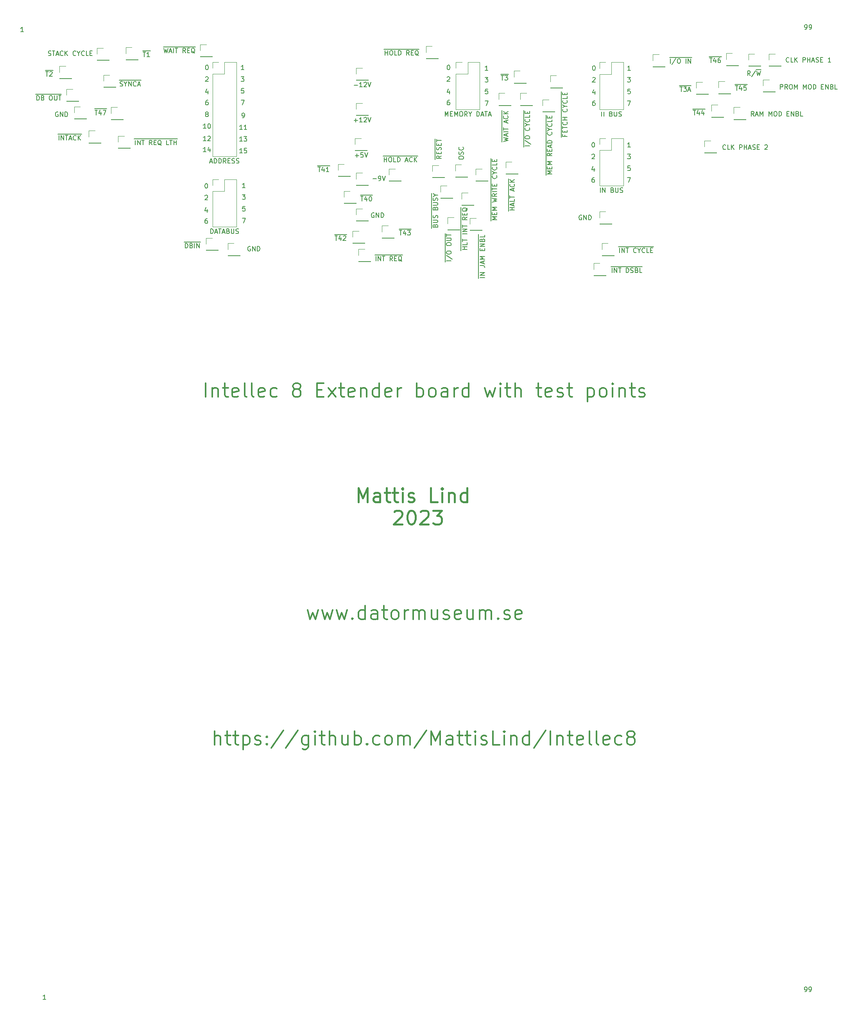
<source format=gbr>
%TF.GenerationSoftware,KiCad,Pcbnew,(6.0.9-0)*%
%TF.CreationDate,2023-01-29T21:50:31+01:00*%
%TF.ProjectId,Intellec8ExtenderBoard,496e7465-6c6c-4656-9338-457874656e64,rev?*%
%TF.SameCoordinates,Original*%
%TF.FileFunction,Legend,Top*%
%TF.FilePolarity,Positive*%
%FSLAX46Y46*%
G04 Gerber Fmt 4.6, Leading zero omitted, Abs format (unit mm)*
G04 Created by KiCad (PCBNEW (6.0.9-0)) date 2023-01-29 21:50:31*
%MOMM*%
%LPD*%
G01*
G04 APERTURE LIST*
%ADD10C,0.150000*%
%ADD11C,0.300000*%
%ADD12C,0.450000*%
%ADD13C,0.120000*%
G04 APERTURE END LIST*
D10*
X266079333Y-117952380D02*
X266269809Y-117952380D01*
X266365047Y-117904761D01*
X266412666Y-117857142D01*
X266507904Y-117714285D01*
X266555523Y-117523809D01*
X266555523Y-117142857D01*
X266507904Y-117047619D01*
X266460285Y-117000000D01*
X266365047Y-116952380D01*
X266174571Y-116952380D01*
X266079333Y-117000000D01*
X266031714Y-117047619D01*
X265984095Y-117142857D01*
X265984095Y-117380952D01*
X266031714Y-117476190D01*
X266079333Y-117523809D01*
X266174571Y-117571428D01*
X266365047Y-117571428D01*
X266460285Y-117523809D01*
X266507904Y-117476190D01*
X266555523Y-117380952D01*
X267031714Y-117952380D02*
X267222190Y-117952380D01*
X267317428Y-117904761D01*
X267365047Y-117857142D01*
X267460285Y-117714285D01*
X267507904Y-117523809D01*
X267507904Y-117142857D01*
X267460285Y-117047619D01*
X267412666Y-117000000D01*
X267317428Y-116952380D01*
X267126952Y-116952380D01*
X267031714Y-117000000D01*
X266984095Y-117047619D01*
X266936476Y-117142857D01*
X266936476Y-117380952D01*
X266984095Y-117476190D01*
X267031714Y-117523809D01*
X267126952Y-117571428D01*
X267317428Y-117571428D01*
X267412666Y-117523809D01*
X267460285Y-117476190D01*
X267507904Y-117380952D01*
X96785714Y-118452380D02*
X96214285Y-118452380D01*
X96500000Y-118452380D02*
X96500000Y-117452380D01*
X96404761Y-117595238D01*
X96309523Y-117690476D01*
X96214285Y-117738095D01*
X266033333Y-326334380D02*
X266223809Y-326334380D01*
X266319047Y-326286761D01*
X266366666Y-326239142D01*
X266461904Y-326096285D01*
X266509523Y-325905809D01*
X266509523Y-325524857D01*
X266461904Y-325429619D01*
X266414285Y-325382000D01*
X266319047Y-325334380D01*
X266128571Y-325334380D01*
X266033333Y-325382000D01*
X265985714Y-325429619D01*
X265938095Y-325524857D01*
X265938095Y-325762952D01*
X265985714Y-325858190D01*
X266033333Y-325905809D01*
X266128571Y-325953428D01*
X266319047Y-325953428D01*
X266414285Y-325905809D01*
X266461904Y-325858190D01*
X266509523Y-325762952D01*
X266985714Y-326334380D02*
X267176190Y-326334380D01*
X267271428Y-326286761D01*
X267319047Y-326239142D01*
X267414285Y-326096285D01*
X267461904Y-325905809D01*
X267461904Y-325524857D01*
X267414285Y-325429619D01*
X267366666Y-325382000D01*
X267271428Y-325334380D01*
X267080952Y-325334380D01*
X266985714Y-325382000D01*
X266938095Y-325429619D01*
X266890476Y-325524857D01*
X266890476Y-325762952D01*
X266938095Y-325858190D01*
X266985714Y-325905809D01*
X267080952Y-325953428D01*
X267271428Y-325953428D01*
X267366666Y-325905809D01*
X267414285Y-325858190D01*
X267461904Y-325762952D01*
X101631714Y-327985380D02*
X101060285Y-327985380D01*
X101346000Y-327985380D02*
X101346000Y-326985380D01*
X101250761Y-327128238D01*
X101155523Y-327223476D01*
X101060285Y-327271095D01*
D11*
X138213428Y-272883142D02*
X138213428Y-269883142D01*
X139499142Y-272883142D02*
X139499142Y-271311714D01*
X139356285Y-271026000D01*
X139070571Y-270883142D01*
X138641999Y-270883142D01*
X138356285Y-271026000D01*
X138213428Y-271168857D01*
X140499142Y-270883142D02*
X141641999Y-270883142D01*
X140927714Y-269883142D02*
X140927714Y-272454571D01*
X141070571Y-272740285D01*
X141356285Y-272883142D01*
X141641999Y-272883142D01*
X142213428Y-270883142D02*
X143356285Y-270883142D01*
X142641999Y-269883142D02*
X142641999Y-272454571D01*
X142784857Y-272740285D01*
X143070571Y-272883142D01*
X143356285Y-272883142D01*
X144356285Y-270883142D02*
X144356285Y-273883142D01*
X144356285Y-271026000D02*
X144641999Y-270883142D01*
X145213428Y-270883142D01*
X145499142Y-271026000D01*
X145641999Y-271168857D01*
X145784857Y-271454571D01*
X145784857Y-272311714D01*
X145641999Y-272597428D01*
X145499142Y-272740285D01*
X145213428Y-272883142D01*
X144641999Y-272883142D01*
X144356285Y-272740285D01*
X146927714Y-272740285D02*
X147213428Y-272883142D01*
X147784857Y-272883142D01*
X148070571Y-272740285D01*
X148213428Y-272454571D01*
X148213428Y-272311714D01*
X148070571Y-272026000D01*
X147784857Y-271883142D01*
X147356285Y-271883142D01*
X147070571Y-271740285D01*
X146927714Y-271454571D01*
X146927714Y-271311714D01*
X147070571Y-271026000D01*
X147356285Y-270883142D01*
X147784857Y-270883142D01*
X148070571Y-271026000D01*
X149499142Y-272597428D02*
X149641999Y-272740285D01*
X149499142Y-272883142D01*
X149356285Y-272740285D01*
X149499142Y-272597428D01*
X149499142Y-272883142D01*
X149499142Y-271026000D02*
X149641999Y-271168857D01*
X149499142Y-271311714D01*
X149356285Y-271168857D01*
X149499142Y-271026000D01*
X149499142Y-271311714D01*
X153070571Y-269740285D02*
X150499142Y-273597428D01*
X156213428Y-269740285D02*
X153641999Y-273597428D01*
X158499142Y-270883142D02*
X158499142Y-273311714D01*
X158356285Y-273597428D01*
X158213428Y-273740285D01*
X157927714Y-273883142D01*
X157499142Y-273883142D01*
X157213428Y-273740285D01*
X158499142Y-272740285D02*
X158213428Y-272883142D01*
X157641999Y-272883142D01*
X157356285Y-272740285D01*
X157213428Y-272597428D01*
X157070571Y-272311714D01*
X157070571Y-271454571D01*
X157213428Y-271168857D01*
X157356285Y-271026000D01*
X157641999Y-270883142D01*
X158213428Y-270883142D01*
X158499142Y-271026000D01*
X159927714Y-272883142D02*
X159927714Y-270883142D01*
X159927714Y-269883142D02*
X159784857Y-270026000D01*
X159927714Y-270168857D01*
X160070571Y-270026000D01*
X159927714Y-269883142D01*
X159927714Y-270168857D01*
X160927714Y-270883142D02*
X162070571Y-270883142D01*
X161356285Y-269883142D02*
X161356285Y-272454571D01*
X161499142Y-272740285D01*
X161784857Y-272883142D01*
X162070571Y-272883142D01*
X163070571Y-272883142D02*
X163070571Y-269883142D01*
X164356285Y-272883142D02*
X164356285Y-271311714D01*
X164213428Y-271026000D01*
X163927714Y-270883142D01*
X163499142Y-270883142D01*
X163213428Y-271026000D01*
X163070571Y-271168857D01*
X167070571Y-270883142D02*
X167070571Y-272883142D01*
X165784857Y-270883142D02*
X165784857Y-272454571D01*
X165927714Y-272740285D01*
X166213428Y-272883142D01*
X166641999Y-272883142D01*
X166927714Y-272740285D01*
X167070571Y-272597428D01*
X168499142Y-272883142D02*
X168499142Y-269883142D01*
X168499142Y-271026000D02*
X168784857Y-270883142D01*
X169356285Y-270883142D01*
X169641999Y-271026000D01*
X169784857Y-271168857D01*
X169927714Y-271454571D01*
X169927714Y-272311714D01*
X169784857Y-272597428D01*
X169641999Y-272740285D01*
X169356285Y-272883142D01*
X168784857Y-272883142D01*
X168499142Y-272740285D01*
X171213428Y-272597428D02*
X171356285Y-272740285D01*
X171213428Y-272883142D01*
X171070571Y-272740285D01*
X171213428Y-272597428D01*
X171213428Y-272883142D01*
X173927714Y-272740285D02*
X173641999Y-272883142D01*
X173070571Y-272883142D01*
X172784857Y-272740285D01*
X172641999Y-272597428D01*
X172499142Y-272311714D01*
X172499142Y-271454571D01*
X172641999Y-271168857D01*
X172784857Y-271026000D01*
X173070571Y-270883142D01*
X173641999Y-270883142D01*
X173927714Y-271026000D01*
X175641999Y-272883142D02*
X175356285Y-272740285D01*
X175213428Y-272597428D01*
X175070571Y-272311714D01*
X175070571Y-271454571D01*
X175213428Y-271168857D01*
X175356285Y-271026000D01*
X175641999Y-270883142D01*
X176070571Y-270883142D01*
X176356285Y-271026000D01*
X176499142Y-271168857D01*
X176641999Y-271454571D01*
X176641999Y-272311714D01*
X176499142Y-272597428D01*
X176356285Y-272740285D01*
X176070571Y-272883142D01*
X175641999Y-272883142D01*
X177927714Y-272883142D02*
X177927714Y-270883142D01*
X177927714Y-271168857D02*
X178070571Y-271026000D01*
X178356285Y-270883142D01*
X178784857Y-270883142D01*
X179070571Y-271026000D01*
X179213428Y-271311714D01*
X179213428Y-272883142D01*
X179213428Y-271311714D02*
X179356285Y-271026000D01*
X179641999Y-270883142D01*
X180070571Y-270883142D01*
X180356285Y-271026000D01*
X180499142Y-271311714D01*
X180499142Y-272883142D01*
X184070571Y-269740285D02*
X181499142Y-273597428D01*
X185070571Y-272883142D02*
X185070571Y-269883142D01*
X186070571Y-272026000D01*
X187070571Y-269883142D01*
X187070571Y-272883142D01*
X189784857Y-272883142D02*
X189784857Y-271311714D01*
X189641999Y-271026000D01*
X189356285Y-270883142D01*
X188784857Y-270883142D01*
X188499142Y-271026000D01*
X189784857Y-272740285D02*
X189499142Y-272883142D01*
X188784857Y-272883142D01*
X188499142Y-272740285D01*
X188356285Y-272454571D01*
X188356285Y-272168857D01*
X188499142Y-271883142D01*
X188784857Y-271740285D01*
X189499142Y-271740285D01*
X189784857Y-271597428D01*
X190784857Y-270883142D02*
X191927714Y-270883142D01*
X191213428Y-269883142D02*
X191213428Y-272454571D01*
X191356285Y-272740285D01*
X191641999Y-272883142D01*
X191927714Y-272883142D01*
X192499142Y-270883142D02*
X193641999Y-270883142D01*
X192927714Y-269883142D02*
X192927714Y-272454571D01*
X193070571Y-272740285D01*
X193356285Y-272883142D01*
X193641999Y-272883142D01*
X194641999Y-272883142D02*
X194641999Y-270883142D01*
X194641999Y-269883142D02*
X194499142Y-270026000D01*
X194641999Y-270168857D01*
X194784857Y-270026000D01*
X194641999Y-269883142D01*
X194641999Y-270168857D01*
X195927714Y-272740285D02*
X196213428Y-272883142D01*
X196784857Y-272883142D01*
X197070571Y-272740285D01*
X197213428Y-272454571D01*
X197213428Y-272311714D01*
X197070571Y-272026000D01*
X196784857Y-271883142D01*
X196356285Y-271883142D01*
X196070571Y-271740285D01*
X195927714Y-271454571D01*
X195927714Y-271311714D01*
X196070571Y-271026000D01*
X196356285Y-270883142D01*
X196784857Y-270883142D01*
X197070571Y-271026000D01*
X199927714Y-272883142D02*
X198499142Y-272883142D01*
X198499142Y-269883142D01*
X200927714Y-272883142D02*
X200927714Y-270883142D01*
X200927714Y-269883142D02*
X200784857Y-270026000D01*
X200927714Y-270168857D01*
X201070571Y-270026000D01*
X200927714Y-269883142D01*
X200927714Y-270168857D01*
X202356285Y-270883142D02*
X202356285Y-272883142D01*
X202356285Y-271168857D02*
X202499142Y-271026000D01*
X202784857Y-270883142D01*
X203213428Y-270883142D01*
X203499142Y-271026000D01*
X203641999Y-271311714D01*
X203641999Y-272883142D01*
X206356285Y-272883142D02*
X206356285Y-269883142D01*
X206356285Y-272740285D02*
X206070571Y-272883142D01*
X205499142Y-272883142D01*
X205213428Y-272740285D01*
X205070571Y-272597428D01*
X204927714Y-272311714D01*
X204927714Y-271454571D01*
X205070571Y-271168857D01*
X205213428Y-271026000D01*
X205499142Y-270883142D01*
X206070571Y-270883142D01*
X206356285Y-271026000D01*
X209927714Y-269740285D02*
X207356285Y-273597428D01*
X210927714Y-272883142D02*
X210927714Y-269883142D01*
X212356285Y-270883142D02*
X212356285Y-272883142D01*
X212356285Y-271168857D02*
X212499142Y-271026000D01*
X212784857Y-270883142D01*
X213213428Y-270883142D01*
X213499142Y-271026000D01*
X213641999Y-271311714D01*
X213641999Y-272883142D01*
X214641999Y-270883142D02*
X215784857Y-270883142D01*
X215070571Y-269883142D02*
X215070571Y-272454571D01*
X215213428Y-272740285D01*
X215499142Y-272883142D01*
X215784857Y-272883142D01*
X217927714Y-272740285D02*
X217641999Y-272883142D01*
X217070571Y-272883142D01*
X216784857Y-272740285D01*
X216641999Y-272454571D01*
X216641999Y-271311714D01*
X216784857Y-271026000D01*
X217070571Y-270883142D01*
X217641999Y-270883142D01*
X217927714Y-271026000D01*
X218070571Y-271311714D01*
X218070571Y-271597428D01*
X216641999Y-271883142D01*
X219784857Y-272883142D02*
X219499142Y-272740285D01*
X219356285Y-272454571D01*
X219356285Y-269883142D01*
X221356285Y-272883142D02*
X221070571Y-272740285D01*
X220927714Y-272454571D01*
X220927714Y-269883142D01*
X223641999Y-272740285D02*
X223356285Y-272883142D01*
X222784857Y-272883142D01*
X222499142Y-272740285D01*
X222356285Y-272454571D01*
X222356285Y-271311714D01*
X222499142Y-271026000D01*
X222784857Y-270883142D01*
X223356285Y-270883142D01*
X223641999Y-271026000D01*
X223784857Y-271311714D01*
X223784857Y-271597428D01*
X222356285Y-271883142D01*
X226356285Y-272740285D02*
X226070571Y-272883142D01*
X225499142Y-272883142D01*
X225213428Y-272740285D01*
X225070571Y-272597428D01*
X224927714Y-272311714D01*
X224927714Y-271454571D01*
X225070571Y-271168857D01*
X225213428Y-271026000D01*
X225499142Y-270883142D01*
X226070571Y-270883142D01*
X226356285Y-271026000D01*
X228070571Y-271168857D02*
X227784857Y-271026000D01*
X227641999Y-270883142D01*
X227499142Y-270597428D01*
X227499142Y-270454571D01*
X227641999Y-270168857D01*
X227784857Y-270026000D01*
X228070571Y-269883142D01*
X228641999Y-269883142D01*
X228927714Y-270026000D01*
X229070571Y-270168857D01*
X229213428Y-270454571D01*
X229213428Y-270597428D01*
X229070571Y-270883142D01*
X228927714Y-271026000D01*
X228641999Y-271168857D01*
X228070571Y-271168857D01*
X227784857Y-271311714D01*
X227641999Y-271454571D01*
X227499142Y-271740285D01*
X227499142Y-272311714D01*
X227641999Y-272597428D01*
X227784857Y-272740285D01*
X228070571Y-272883142D01*
X228641999Y-272883142D01*
X228927714Y-272740285D01*
X229070571Y-272597428D01*
X229213428Y-272311714D01*
X229213428Y-271740285D01*
X229070571Y-271454571D01*
X228927714Y-271311714D01*
X228641999Y-271168857D01*
X158324285Y-243705142D02*
X158895714Y-245705142D01*
X159467142Y-244276571D01*
X160038571Y-245705142D01*
X160609999Y-243705142D01*
X161467142Y-243705142D02*
X162038571Y-245705142D01*
X162609999Y-244276571D01*
X163181428Y-245705142D01*
X163752857Y-243705142D01*
X164609999Y-243705142D02*
X165181428Y-245705142D01*
X165752857Y-244276571D01*
X166324285Y-245705142D01*
X166895714Y-243705142D01*
X168038571Y-245419428D02*
X168181428Y-245562285D01*
X168038571Y-245705142D01*
X167895714Y-245562285D01*
X168038571Y-245419428D01*
X168038571Y-245705142D01*
X170752857Y-245705142D02*
X170752857Y-242705142D01*
X170752857Y-245562285D02*
X170467142Y-245705142D01*
X169895714Y-245705142D01*
X169609999Y-245562285D01*
X169467142Y-245419428D01*
X169324285Y-245133714D01*
X169324285Y-244276571D01*
X169467142Y-243990857D01*
X169609999Y-243848000D01*
X169895714Y-243705142D01*
X170467142Y-243705142D01*
X170752857Y-243848000D01*
X173467142Y-245705142D02*
X173467142Y-244133714D01*
X173324285Y-243848000D01*
X173038571Y-243705142D01*
X172467142Y-243705142D01*
X172181428Y-243848000D01*
X173467142Y-245562285D02*
X173181428Y-245705142D01*
X172467142Y-245705142D01*
X172181428Y-245562285D01*
X172038571Y-245276571D01*
X172038571Y-244990857D01*
X172181428Y-244705142D01*
X172467142Y-244562285D01*
X173181428Y-244562285D01*
X173467142Y-244419428D01*
X174467142Y-243705142D02*
X175609999Y-243705142D01*
X174895714Y-242705142D02*
X174895714Y-245276571D01*
X175038571Y-245562285D01*
X175324285Y-245705142D01*
X175609999Y-245705142D01*
X177038571Y-245705142D02*
X176752857Y-245562285D01*
X176609999Y-245419428D01*
X176467142Y-245133714D01*
X176467142Y-244276571D01*
X176609999Y-243990857D01*
X176752857Y-243848000D01*
X177038571Y-243705142D01*
X177467142Y-243705142D01*
X177752857Y-243848000D01*
X177895714Y-243990857D01*
X178038571Y-244276571D01*
X178038571Y-245133714D01*
X177895714Y-245419428D01*
X177752857Y-245562285D01*
X177467142Y-245705142D01*
X177038571Y-245705142D01*
X179324285Y-245705142D02*
X179324285Y-243705142D01*
X179324285Y-244276571D02*
X179467142Y-243990857D01*
X179609999Y-243848000D01*
X179895714Y-243705142D01*
X180181428Y-243705142D01*
X181181428Y-245705142D02*
X181181428Y-243705142D01*
X181181428Y-243990857D02*
X181324285Y-243848000D01*
X181609999Y-243705142D01*
X182038571Y-243705142D01*
X182324285Y-243848000D01*
X182467142Y-244133714D01*
X182467142Y-245705142D01*
X182467142Y-244133714D02*
X182609999Y-243848000D01*
X182895714Y-243705142D01*
X183324285Y-243705142D01*
X183609999Y-243848000D01*
X183752857Y-244133714D01*
X183752857Y-245705142D01*
X186467142Y-243705142D02*
X186467142Y-245705142D01*
X185181428Y-243705142D02*
X185181428Y-245276571D01*
X185324285Y-245562285D01*
X185609999Y-245705142D01*
X186038571Y-245705142D01*
X186324285Y-245562285D01*
X186467142Y-245419428D01*
X187752857Y-245562285D02*
X188038571Y-245705142D01*
X188609999Y-245705142D01*
X188895714Y-245562285D01*
X189038571Y-245276571D01*
X189038571Y-245133714D01*
X188895714Y-244848000D01*
X188609999Y-244705142D01*
X188181428Y-244705142D01*
X187895714Y-244562285D01*
X187752857Y-244276571D01*
X187752857Y-244133714D01*
X187895714Y-243848000D01*
X188181428Y-243705142D01*
X188609999Y-243705142D01*
X188895714Y-243848000D01*
X191467142Y-245562285D02*
X191181428Y-245705142D01*
X190609999Y-245705142D01*
X190324285Y-245562285D01*
X190181428Y-245276571D01*
X190181428Y-244133714D01*
X190324285Y-243848000D01*
X190609999Y-243705142D01*
X191181428Y-243705142D01*
X191467142Y-243848000D01*
X191610000Y-244133714D01*
X191610000Y-244419428D01*
X190181428Y-244705142D01*
X194181428Y-243705142D02*
X194181428Y-245705142D01*
X192895714Y-243705142D02*
X192895714Y-245276571D01*
X193038571Y-245562285D01*
X193324285Y-245705142D01*
X193752857Y-245705142D01*
X194038571Y-245562285D01*
X194181428Y-245419428D01*
X195610000Y-245705142D02*
X195610000Y-243705142D01*
X195610000Y-243990857D02*
X195752857Y-243848000D01*
X196038571Y-243705142D01*
X196467142Y-243705142D01*
X196752857Y-243848000D01*
X196895714Y-244133714D01*
X196895714Y-245705142D01*
X196895714Y-244133714D02*
X197038571Y-243848000D01*
X197324285Y-243705142D01*
X197752857Y-243705142D01*
X198038571Y-243848000D01*
X198181428Y-244133714D01*
X198181428Y-245705142D01*
X199610000Y-245419428D02*
X199752857Y-245562285D01*
X199610000Y-245705142D01*
X199467142Y-245562285D01*
X199610000Y-245419428D01*
X199610000Y-245705142D01*
X200895714Y-245562285D02*
X201181428Y-245705142D01*
X201752857Y-245705142D01*
X202038571Y-245562285D01*
X202181428Y-245276571D01*
X202181428Y-245133714D01*
X202038571Y-244848000D01*
X201752857Y-244705142D01*
X201324285Y-244705142D01*
X201038571Y-244562285D01*
X200895714Y-244276571D01*
X200895714Y-244133714D01*
X201038571Y-243848000D01*
X201324285Y-243705142D01*
X201752857Y-243705142D01*
X202038571Y-243848000D01*
X204609999Y-245562285D02*
X204324285Y-245705142D01*
X203752857Y-245705142D01*
X203467142Y-245562285D01*
X203324285Y-245276571D01*
X203324285Y-244133714D01*
X203467142Y-243848000D01*
X203752857Y-243705142D01*
X204324285Y-243705142D01*
X204609999Y-243848000D01*
X204752857Y-244133714D01*
X204752857Y-244419428D01*
X203324285Y-244705142D01*
D12*
X169316428Y-220303142D02*
X169316428Y-217303142D01*
X170316428Y-219446000D01*
X171316428Y-217303142D01*
X171316428Y-220303142D01*
X174030714Y-220303142D02*
X174030714Y-218731714D01*
X173887857Y-218446000D01*
X173602142Y-218303142D01*
X173030714Y-218303142D01*
X172745000Y-218446000D01*
X174030714Y-220160285D02*
X173745000Y-220303142D01*
X173030714Y-220303142D01*
X172745000Y-220160285D01*
X172602142Y-219874571D01*
X172602142Y-219588857D01*
X172745000Y-219303142D01*
X173030714Y-219160285D01*
X173745000Y-219160285D01*
X174030714Y-219017428D01*
X175030714Y-218303142D02*
X176173571Y-218303142D01*
X175459285Y-217303142D02*
X175459285Y-219874571D01*
X175602142Y-220160285D01*
X175887857Y-220303142D01*
X176173571Y-220303142D01*
X176745000Y-218303142D02*
X177887857Y-218303142D01*
X177173571Y-217303142D02*
X177173571Y-219874571D01*
X177316428Y-220160285D01*
X177602142Y-220303142D01*
X177887857Y-220303142D01*
X178887857Y-220303142D02*
X178887857Y-218303142D01*
X178887857Y-217303142D02*
X178745000Y-217446000D01*
X178887857Y-217588857D01*
X179030714Y-217446000D01*
X178887857Y-217303142D01*
X178887857Y-217588857D01*
X180173571Y-220160285D02*
X180459285Y-220303142D01*
X181030714Y-220303142D01*
X181316428Y-220160285D01*
X181459285Y-219874571D01*
X181459285Y-219731714D01*
X181316428Y-219446000D01*
X181030714Y-219303142D01*
X180602142Y-219303142D01*
X180316428Y-219160285D01*
X180173571Y-218874571D01*
X180173571Y-218731714D01*
X180316428Y-218446000D01*
X180602142Y-218303142D01*
X181030714Y-218303142D01*
X181316428Y-218446000D01*
X186459285Y-220303142D02*
X185030714Y-220303142D01*
X185030714Y-217303142D01*
X187459285Y-220303142D02*
X187459285Y-218303142D01*
X187459285Y-217303142D02*
X187316428Y-217446000D01*
X187459285Y-217588857D01*
X187602142Y-217446000D01*
X187459285Y-217303142D01*
X187459285Y-217588857D01*
X188887857Y-218303142D02*
X188887857Y-220303142D01*
X188887857Y-218588857D02*
X189030714Y-218446000D01*
X189316428Y-218303142D01*
X189745000Y-218303142D01*
X190030714Y-218446000D01*
X190173571Y-218731714D01*
X190173571Y-220303142D01*
X192887857Y-220303142D02*
X192887857Y-217303142D01*
X192887857Y-220160285D02*
X192602142Y-220303142D01*
X192030714Y-220303142D01*
X191745000Y-220160285D01*
X191602142Y-220017428D01*
X191459285Y-219731714D01*
X191459285Y-218874571D01*
X191602142Y-218588857D01*
X191745000Y-218446000D01*
X192030714Y-218303142D01*
X192602142Y-218303142D01*
X192887857Y-218446000D01*
X177102142Y-222418857D02*
X177245000Y-222276000D01*
X177530714Y-222133142D01*
X178245000Y-222133142D01*
X178530714Y-222276000D01*
X178673571Y-222418857D01*
X178816428Y-222704571D01*
X178816428Y-222990285D01*
X178673571Y-223418857D01*
X176959285Y-225133142D01*
X178816428Y-225133142D01*
X180673571Y-222133142D02*
X180959285Y-222133142D01*
X181245000Y-222276000D01*
X181387857Y-222418857D01*
X181530714Y-222704571D01*
X181673571Y-223276000D01*
X181673571Y-223990285D01*
X181530714Y-224561714D01*
X181387857Y-224847428D01*
X181245000Y-224990285D01*
X180959285Y-225133142D01*
X180673571Y-225133142D01*
X180387857Y-224990285D01*
X180245000Y-224847428D01*
X180102142Y-224561714D01*
X179959285Y-223990285D01*
X179959285Y-223276000D01*
X180102142Y-222704571D01*
X180245000Y-222418857D01*
X180387857Y-222276000D01*
X180673571Y-222133142D01*
X182816428Y-222418857D02*
X182959285Y-222276000D01*
X183245000Y-222133142D01*
X183959285Y-222133142D01*
X184245000Y-222276000D01*
X184387857Y-222418857D01*
X184530714Y-222704571D01*
X184530714Y-222990285D01*
X184387857Y-223418857D01*
X182673571Y-225133142D01*
X184530714Y-225133142D01*
X185530714Y-222133142D02*
X187387857Y-222133142D01*
X186387857Y-223276000D01*
X186816428Y-223276000D01*
X187102142Y-223418857D01*
X187245000Y-223561714D01*
X187387857Y-223847428D01*
X187387857Y-224561714D01*
X187245000Y-224847428D01*
X187102142Y-224990285D01*
X186816428Y-225133142D01*
X185959285Y-225133142D01*
X185673571Y-224990285D01*
X185530714Y-224847428D01*
D11*
X136268999Y-197572142D02*
X136268999Y-194572142D01*
X137697571Y-195572142D02*
X137697571Y-197572142D01*
X137697571Y-195857857D02*
X137840428Y-195715000D01*
X138126142Y-195572142D01*
X138554714Y-195572142D01*
X138840428Y-195715000D01*
X138983285Y-196000714D01*
X138983285Y-197572142D01*
X139983285Y-195572142D02*
X141126142Y-195572142D01*
X140411857Y-194572142D02*
X140411857Y-197143571D01*
X140554714Y-197429285D01*
X140840428Y-197572142D01*
X141126142Y-197572142D01*
X143268999Y-197429285D02*
X142983285Y-197572142D01*
X142411857Y-197572142D01*
X142126142Y-197429285D01*
X141983285Y-197143571D01*
X141983285Y-196000714D01*
X142126142Y-195715000D01*
X142411857Y-195572142D01*
X142983285Y-195572142D01*
X143268999Y-195715000D01*
X143411857Y-196000714D01*
X143411857Y-196286428D01*
X141983285Y-196572142D01*
X145126142Y-197572142D02*
X144840428Y-197429285D01*
X144697571Y-197143571D01*
X144697571Y-194572142D01*
X146697571Y-197572142D02*
X146411857Y-197429285D01*
X146268999Y-197143571D01*
X146268999Y-194572142D01*
X148983285Y-197429285D02*
X148697571Y-197572142D01*
X148126142Y-197572142D01*
X147840428Y-197429285D01*
X147697571Y-197143571D01*
X147697571Y-196000714D01*
X147840428Y-195715000D01*
X148126142Y-195572142D01*
X148697571Y-195572142D01*
X148983285Y-195715000D01*
X149126142Y-196000714D01*
X149126142Y-196286428D01*
X147697571Y-196572142D01*
X151697571Y-197429285D02*
X151411857Y-197572142D01*
X150840428Y-197572142D01*
X150554714Y-197429285D01*
X150411857Y-197286428D01*
X150268999Y-197000714D01*
X150268999Y-196143571D01*
X150411857Y-195857857D01*
X150554714Y-195715000D01*
X150840428Y-195572142D01*
X151411857Y-195572142D01*
X151697571Y-195715000D01*
X155697571Y-195857857D02*
X155411857Y-195715000D01*
X155268999Y-195572142D01*
X155126142Y-195286428D01*
X155126142Y-195143571D01*
X155268999Y-194857857D01*
X155411857Y-194715000D01*
X155697571Y-194572142D01*
X156268999Y-194572142D01*
X156554714Y-194715000D01*
X156697571Y-194857857D01*
X156840428Y-195143571D01*
X156840428Y-195286428D01*
X156697571Y-195572142D01*
X156554714Y-195715000D01*
X156268999Y-195857857D01*
X155697571Y-195857857D01*
X155411857Y-196000714D01*
X155268999Y-196143571D01*
X155126142Y-196429285D01*
X155126142Y-197000714D01*
X155268999Y-197286428D01*
X155411857Y-197429285D01*
X155697571Y-197572142D01*
X156268999Y-197572142D01*
X156554714Y-197429285D01*
X156697571Y-197286428D01*
X156840428Y-197000714D01*
X156840428Y-196429285D01*
X156697571Y-196143571D01*
X156554714Y-196000714D01*
X156268999Y-195857857D01*
X160411857Y-196000714D02*
X161411857Y-196000714D01*
X161840428Y-197572142D02*
X160411857Y-197572142D01*
X160411857Y-194572142D01*
X161840428Y-194572142D01*
X162840428Y-197572142D02*
X164411857Y-195572142D01*
X162840428Y-195572142D02*
X164411857Y-197572142D01*
X165126142Y-195572142D02*
X166268999Y-195572142D01*
X165554714Y-194572142D02*
X165554714Y-197143571D01*
X165697571Y-197429285D01*
X165983285Y-197572142D01*
X166268999Y-197572142D01*
X168411857Y-197429285D02*
X168126142Y-197572142D01*
X167554714Y-197572142D01*
X167268999Y-197429285D01*
X167126142Y-197143571D01*
X167126142Y-196000714D01*
X167268999Y-195715000D01*
X167554714Y-195572142D01*
X168126142Y-195572142D01*
X168411857Y-195715000D01*
X168554714Y-196000714D01*
X168554714Y-196286428D01*
X167126142Y-196572142D01*
X169840428Y-195572142D02*
X169840428Y-197572142D01*
X169840428Y-195857857D02*
X169983285Y-195715000D01*
X170268999Y-195572142D01*
X170697571Y-195572142D01*
X170983285Y-195715000D01*
X171126142Y-196000714D01*
X171126142Y-197572142D01*
X173840428Y-197572142D02*
X173840428Y-194572142D01*
X173840428Y-197429285D02*
X173554714Y-197572142D01*
X172983285Y-197572142D01*
X172697571Y-197429285D01*
X172554714Y-197286428D01*
X172411857Y-197000714D01*
X172411857Y-196143571D01*
X172554714Y-195857857D01*
X172697571Y-195715000D01*
X172983285Y-195572142D01*
X173554714Y-195572142D01*
X173840428Y-195715000D01*
X176411857Y-197429285D02*
X176126142Y-197572142D01*
X175554714Y-197572142D01*
X175269000Y-197429285D01*
X175126142Y-197143571D01*
X175126142Y-196000714D01*
X175269000Y-195715000D01*
X175554714Y-195572142D01*
X176126142Y-195572142D01*
X176411857Y-195715000D01*
X176554714Y-196000714D01*
X176554714Y-196286428D01*
X175126142Y-196572142D01*
X177840428Y-197572142D02*
X177840428Y-195572142D01*
X177840428Y-196143571D02*
X177983285Y-195857857D01*
X178126142Y-195715000D01*
X178411857Y-195572142D01*
X178697571Y-195572142D01*
X181983285Y-197572142D02*
X181983285Y-194572142D01*
X181983285Y-195715000D02*
X182269000Y-195572142D01*
X182840428Y-195572142D01*
X183126142Y-195715000D01*
X183269000Y-195857857D01*
X183411857Y-196143571D01*
X183411857Y-197000714D01*
X183269000Y-197286428D01*
X183126142Y-197429285D01*
X182840428Y-197572142D01*
X182269000Y-197572142D01*
X181983285Y-197429285D01*
X185126142Y-197572142D02*
X184840428Y-197429285D01*
X184697571Y-197286428D01*
X184554714Y-197000714D01*
X184554714Y-196143571D01*
X184697571Y-195857857D01*
X184840428Y-195715000D01*
X185126142Y-195572142D01*
X185554714Y-195572142D01*
X185840428Y-195715000D01*
X185983285Y-195857857D01*
X186126142Y-196143571D01*
X186126142Y-197000714D01*
X185983285Y-197286428D01*
X185840428Y-197429285D01*
X185554714Y-197572142D01*
X185126142Y-197572142D01*
X188697571Y-197572142D02*
X188697571Y-196000714D01*
X188554714Y-195715000D01*
X188269000Y-195572142D01*
X187697571Y-195572142D01*
X187411857Y-195715000D01*
X188697571Y-197429285D02*
X188411857Y-197572142D01*
X187697571Y-197572142D01*
X187411857Y-197429285D01*
X187269000Y-197143571D01*
X187269000Y-196857857D01*
X187411857Y-196572142D01*
X187697571Y-196429285D01*
X188411857Y-196429285D01*
X188697571Y-196286428D01*
X190126142Y-197572142D02*
X190126142Y-195572142D01*
X190126142Y-196143571D02*
X190269000Y-195857857D01*
X190411857Y-195715000D01*
X190697571Y-195572142D01*
X190983285Y-195572142D01*
X193269000Y-197572142D02*
X193269000Y-194572142D01*
X193269000Y-197429285D02*
X192983285Y-197572142D01*
X192411857Y-197572142D01*
X192126142Y-197429285D01*
X191983285Y-197286428D01*
X191840428Y-197000714D01*
X191840428Y-196143571D01*
X191983285Y-195857857D01*
X192126142Y-195715000D01*
X192411857Y-195572142D01*
X192983285Y-195572142D01*
X193269000Y-195715000D01*
X196697571Y-195572142D02*
X197269000Y-197572142D01*
X197840428Y-196143571D01*
X198411857Y-197572142D01*
X198983285Y-195572142D01*
X200126142Y-197572142D02*
X200126142Y-195572142D01*
X200126142Y-194572142D02*
X199983285Y-194715000D01*
X200126142Y-194857857D01*
X200269000Y-194715000D01*
X200126142Y-194572142D01*
X200126142Y-194857857D01*
X201126142Y-195572142D02*
X202269000Y-195572142D01*
X201554714Y-194572142D02*
X201554714Y-197143571D01*
X201697571Y-197429285D01*
X201983285Y-197572142D01*
X202269000Y-197572142D01*
X203269000Y-197572142D02*
X203269000Y-194572142D01*
X204554714Y-197572142D02*
X204554714Y-196000714D01*
X204411857Y-195715000D01*
X204126142Y-195572142D01*
X203697571Y-195572142D01*
X203411857Y-195715000D01*
X203269000Y-195857857D01*
X207840428Y-195572142D02*
X208983285Y-195572142D01*
X208269000Y-194572142D02*
X208269000Y-197143571D01*
X208411857Y-197429285D01*
X208697571Y-197572142D01*
X208983285Y-197572142D01*
X211126142Y-197429285D02*
X210840428Y-197572142D01*
X210269000Y-197572142D01*
X209983285Y-197429285D01*
X209840428Y-197143571D01*
X209840428Y-196000714D01*
X209983285Y-195715000D01*
X210269000Y-195572142D01*
X210840428Y-195572142D01*
X211126142Y-195715000D01*
X211269000Y-196000714D01*
X211269000Y-196286428D01*
X209840428Y-196572142D01*
X212411857Y-197429285D02*
X212697571Y-197572142D01*
X213269000Y-197572142D01*
X213554714Y-197429285D01*
X213697571Y-197143571D01*
X213697571Y-197000714D01*
X213554714Y-196715000D01*
X213269000Y-196572142D01*
X212840428Y-196572142D01*
X212554714Y-196429285D01*
X212411857Y-196143571D01*
X212411857Y-196000714D01*
X212554714Y-195715000D01*
X212840428Y-195572142D01*
X213269000Y-195572142D01*
X213554714Y-195715000D01*
X214554714Y-195572142D02*
X215697571Y-195572142D01*
X214983285Y-194572142D02*
X214983285Y-197143571D01*
X215126142Y-197429285D01*
X215411857Y-197572142D01*
X215697571Y-197572142D01*
X218983285Y-195572142D02*
X218983285Y-198572142D01*
X218983285Y-195715000D02*
X219269000Y-195572142D01*
X219840428Y-195572142D01*
X220126142Y-195715000D01*
X220269000Y-195857857D01*
X220411857Y-196143571D01*
X220411857Y-197000714D01*
X220269000Y-197286428D01*
X220126142Y-197429285D01*
X219840428Y-197572142D01*
X219269000Y-197572142D01*
X218983285Y-197429285D01*
X222126142Y-197572142D02*
X221840428Y-197429285D01*
X221697571Y-197286428D01*
X221554714Y-197000714D01*
X221554714Y-196143571D01*
X221697571Y-195857857D01*
X221840428Y-195715000D01*
X222126142Y-195572142D01*
X222554714Y-195572142D01*
X222840428Y-195715000D01*
X222983285Y-195857857D01*
X223126142Y-196143571D01*
X223126142Y-197000714D01*
X222983285Y-197286428D01*
X222840428Y-197429285D01*
X222554714Y-197572142D01*
X222126142Y-197572142D01*
X224411857Y-197572142D02*
X224411857Y-195572142D01*
X224411857Y-194572142D02*
X224269000Y-194715000D01*
X224411857Y-194857857D01*
X224554714Y-194715000D01*
X224411857Y-194572142D01*
X224411857Y-194857857D01*
X225840428Y-195572142D02*
X225840428Y-197572142D01*
X225840428Y-195857857D02*
X225983285Y-195715000D01*
X226269000Y-195572142D01*
X226697571Y-195572142D01*
X226983285Y-195715000D01*
X227126142Y-196000714D01*
X227126142Y-197572142D01*
X228126142Y-195572142D02*
X229269000Y-195572142D01*
X228554714Y-194572142D02*
X228554714Y-197143571D01*
X228697571Y-197429285D01*
X228983285Y-197572142D01*
X229269000Y-197572142D01*
X230126142Y-197429285D02*
X230411857Y-197572142D01*
X230983285Y-197572142D01*
X231269000Y-197429285D01*
X231411857Y-197143571D01*
X231411857Y-197000714D01*
X231269000Y-196715000D01*
X230983285Y-196572142D01*
X230554714Y-196572142D01*
X230269000Y-196429285D01*
X230126142Y-196143571D01*
X230126142Y-196000714D01*
X230269000Y-195715000D01*
X230554714Y-195572142D01*
X230983285Y-195572142D01*
X231269000Y-195715000D01*
D10*
X144764095Y-156297380D02*
X144287904Y-156297380D01*
X144240285Y-156773571D01*
X144287904Y-156725952D01*
X144383142Y-156678333D01*
X144621238Y-156678333D01*
X144716476Y-156725952D01*
X144764095Y-156773571D01*
X144811714Y-156868809D01*
X144811714Y-157106904D01*
X144764095Y-157202142D01*
X144716476Y-157249761D01*
X144621238Y-157297380D01*
X144383142Y-157297380D01*
X144287904Y-157249761D01*
X144240285Y-157202142D01*
X144811714Y-152217380D02*
X144240285Y-152217380D01*
X144526000Y-152217380D02*
X144526000Y-151217380D01*
X144430761Y-151360238D01*
X144335523Y-151455476D01*
X144240285Y-151503095D01*
X144192666Y-158837380D02*
X144859333Y-158837380D01*
X144430761Y-159837380D01*
X144192666Y-153757380D02*
X144811714Y-153757380D01*
X144478380Y-154138333D01*
X144621238Y-154138333D01*
X144716476Y-154185952D01*
X144764095Y-154233571D01*
X144811714Y-154328809D01*
X144811714Y-154566904D01*
X144764095Y-154662142D01*
X144716476Y-154709761D01*
X144621238Y-154757380D01*
X144335523Y-154757380D01*
X144240285Y-154709761D01*
X144192666Y-154662142D01*
X136112285Y-153979619D02*
X136159904Y-153932000D01*
X136255142Y-153884380D01*
X136493238Y-153884380D01*
X136588476Y-153932000D01*
X136636095Y-153979619D01*
X136683714Y-154074857D01*
X136683714Y-154170095D01*
X136636095Y-154312952D01*
X136064666Y-154884380D01*
X136683714Y-154884380D01*
X136350380Y-151344380D02*
X136445619Y-151344380D01*
X136540857Y-151392000D01*
X136588476Y-151439619D01*
X136636095Y-151534857D01*
X136683714Y-151725333D01*
X136683714Y-151963428D01*
X136636095Y-152153904D01*
X136588476Y-152249142D01*
X136540857Y-152296761D01*
X136445619Y-152344380D01*
X136350380Y-152344380D01*
X136255142Y-152296761D01*
X136207523Y-152249142D01*
X136159904Y-152153904D01*
X136112285Y-151963428D01*
X136112285Y-151725333D01*
X136159904Y-151534857D01*
X136207523Y-151439619D01*
X136255142Y-151392000D01*
X136350380Y-151344380D01*
X136588476Y-156884714D02*
X136588476Y-157551380D01*
X136350380Y-156503761D02*
X136112285Y-157218047D01*
X136731333Y-157218047D01*
X136588476Y-158964380D02*
X136398000Y-158964380D01*
X136302761Y-159012000D01*
X136255142Y-159059619D01*
X136159904Y-159202476D01*
X136112285Y-159392952D01*
X136112285Y-159773904D01*
X136159904Y-159869142D01*
X136207523Y-159916761D01*
X136302761Y-159964380D01*
X136493238Y-159964380D01*
X136588476Y-159916761D01*
X136636095Y-159869142D01*
X136683714Y-159773904D01*
X136683714Y-159535809D01*
X136636095Y-159440571D01*
X136588476Y-159392952D01*
X136493238Y-159345333D01*
X136302761Y-159345333D01*
X136207523Y-159392952D01*
X136159904Y-159440571D01*
X136112285Y-159535809D01*
X144208523Y-142184380D02*
X143637095Y-142184380D01*
X143922809Y-142184380D02*
X143922809Y-141184380D01*
X143827571Y-141327238D01*
X143732333Y-141422476D01*
X143637095Y-141470095D01*
X144541857Y-141184380D02*
X145160904Y-141184380D01*
X144827571Y-141565333D01*
X144970428Y-141565333D01*
X145065666Y-141612952D01*
X145113285Y-141660571D01*
X145160904Y-141755809D01*
X145160904Y-141993904D01*
X145113285Y-142089142D01*
X145065666Y-142136761D01*
X144970428Y-142184380D01*
X144684714Y-142184380D01*
X144589476Y-142136761D01*
X144541857Y-142089142D01*
X144208523Y-137104380D02*
X144399000Y-137104380D01*
X144494238Y-137056761D01*
X144541857Y-137009142D01*
X144637095Y-136866285D01*
X144684714Y-136675809D01*
X144684714Y-136294857D01*
X144637095Y-136199619D01*
X144589476Y-136152000D01*
X144494238Y-136104380D01*
X144303761Y-136104380D01*
X144208523Y-136152000D01*
X144160904Y-136199619D01*
X144113285Y-136294857D01*
X144113285Y-136532952D01*
X144160904Y-136628190D01*
X144208523Y-136675809D01*
X144303761Y-136723428D01*
X144494238Y-136723428D01*
X144589476Y-136675809D01*
X144637095Y-136628190D01*
X144684714Y-136532952D01*
X144208523Y-144724380D02*
X143637095Y-144724380D01*
X143922809Y-144724380D02*
X143922809Y-143724380D01*
X143827571Y-143867238D01*
X143732333Y-143962476D01*
X143637095Y-144010095D01*
X145113285Y-143724380D02*
X144637095Y-143724380D01*
X144589476Y-144200571D01*
X144637095Y-144152952D01*
X144732333Y-144105333D01*
X144970428Y-144105333D01*
X145065666Y-144152952D01*
X145113285Y-144200571D01*
X145160904Y-144295809D01*
X145160904Y-144533904D01*
X145113285Y-144629142D01*
X145065666Y-144676761D01*
X144970428Y-144724380D01*
X144732333Y-144724380D01*
X144637095Y-144676761D01*
X144589476Y-144629142D01*
X144208523Y-139644380D02*
X143637095Y-139644380D01*
X143922809Y-139644380D02*
X143922809Y-138644380D01*
X143827571Y-138787238D01*
X143732333Y-138882476D01*
X143637095Y-138930095D01*
X145160904Y-139644380D02*
X144589476Y-139644380D01*
X144875190Y-139644380D02*
X144875190Y-138644380D01*
X144779952Y-138787238D01*
X144684714Y-138882476D01*
X144589476Y-138930095D01*
X144510095Y-130770380D02*
X144033904Y-130770380D01*
X143986285Y-131246571D01*
X144033904Y-131198952D01*
X144129142Y-131151333D01*
X144367238Y-131151333D01*
X144462476Y-131198952D01*
X144510095Y-131246571D01*
X144557714Y-131341809D01*
X144557714Y-131579904D01*
X144510095Y-131675142D01*
X144462476Y-131722761D01*
X144367238Y-131770380D01*
X144129142Y-131770380D01*
X144033904Y-131722761D01*
X143986285Y-131675142D01*
X144557714Y-126690380D02*
X143986285Y-126690380D01*
X144272000Y-126690380D02*
X144272000Y-125690380D01*
X144176761Y-125833238D01*
X144081523Y-125928476D01*
X143986285Y-125976095D01*
X143938666Y-133310380D02*
X144605333Y-133310380D01*
X144176761Y-134310380D01*
X143938666Y-128230380D02*
X144557714Y-128230380D01*
X144224380Y-128611333D01*
X144367238Y-128611333D01*
X144462476Y-128658952D01*
X144510095Y-128706571D01*
X144557714Y-128801809D01*
X144557714Y-129039904D01*
X144510095Y-129135142D01*
X144462476Y-129182761D01*
X144367238Y-129230380D01*
X144081523Y-129230380D01*
X143986285Y-129182761D01*
X143938666Y-129135142D01*
X136334523Y-139390380D02*
X135763095Y-139390380D01*
X136048809Y-139390380D02*
X136048809Y-138390380D01*
X135953571Y-138533238D01*
X135858333Y-138628476D01*
X135763095Y-138676095D01*
X136953571Y-138390380D02*
X137048809Y-138390380D01*
X137144047Y-138438000D01*
X137191666Y-138485619D01*
X137239285Y-138580857D01*
X137286904Y-138771333D01*
X137286904Y-139009428D01*
X137239285Y-139199904D01*
X137191666Y-139295142D01*
X137144047Y-139342761D01*
X137048809Y-139390380D01*
X136953571Y-139390380D01*
X136858333Y-139342761D01*
X136810714Y-139295142D01*
X136763095Y-139199904D01*
X136715476Y-139009428D01*
X136715476Y-138771333D01*
X136763095Y-138580857D01*
X136810714Y-138485619D01*
X136858333Y-138438000D01*
X136953571Y-138390380D01*
X136429761Y-136278952D02*
X136334523Y-136231333D01*
X136286904Y-136183714D01*
X136239285Y-136088476D01*
X136239285Y-136040857D01*
X136286904Y-135945619D01*
X136334523Y-135898000D01*
X136429761Y-135850380D01*
X136620238Y-135850380D01*
X136715476Y-135898000D01*
X136763095Y-135945619D01*
X136810714Y-136040857D01*
X136810714Y-136088476D01*
X136763095Y-136183714D01*
X136715476Y-136231333D01*
X136620238Y-136278952D01*
X136429761Y-136278952D01*
X136334523Y-136326571D01*
X136286904Y-136374190D01*
X136239285Y-136469428D01*
X136239285Y-136659904D01*
X136286904Y-136755142D01*
X136334523Y-136802761D01*
X136429761Y-136850380D01*
X136620238Y-136850380D01*
X136715476Y-136802761D01*
X136763095Y-136755142D01*
X136810714Y-136659904D01*
X136810714Y-136469428D01*
X136763095Y-136374190D01*
X136715476Y-136326571D01*
X136620238Y-136278952D01*
X136334523Y-142057380D02*
X135763095Y-142057380D01*
X136048809Y-142057380D02*
X136048809Y-141057380D01*
X135953571Y-141200238D01*
X135858333Y-141295476D01*
X135763095Y-141343095D01*
X136715476Y-141152619D02*
X136763095Y-141105000D01*
X136858333Y-141057380D01*
X137096428Y-141057380D01*
X137191666Y-141105000D01*
X137239285Y-141152619D01*
X137286904Y-141247857D01*
X137286904Y-141343095D01*
X137239285Y-141485952D01*
X136667857Y-142057380D01*
X137286904Y-142057380D01*
X136334523Y-144470380D02*
X135763095Y-144470380D01*
X136048809Y-144470380D02*
X136048809Y-143470380D01*
X135953571Y-143613238D01*
X135858333Y-143708476D01*
X135763095Y-143756095D01*
X137191666Y-143803714D02*
X137191666Y-144470380D01*
X136953571Y-143422761D02*
X136715476Y-144137047D01*
X137334523Y-144137047D01*
X136239285Y-128325619D02*
X136286904Y-128278000D01*
X136382142Y-128230380D01*
X136620238Y-128230380D01*
X136715476Y-128278000D01*
X136763095Y-128325619D01*
X136810714Y-128420857D01*
X136810714Y-128516095D01*
X136763095Y-128658952D01*
X136191666Y-129230380D01*
X136810714Y-129230380D01*
X136477380Y-125690380D02*
X136572619Y-125690380D01*
X136667857Y-125738000D01*
X136715476Y-125785619D01*
X136763095Y-125880857D01*
X136810714Y-126071333D01*
X136810714Y-126309428D01*
X136763095Y-126499904D01*
X136715476Y-126595142D01*
X136667857Y-126642761D01*
X136572619Y-126690380D01*
X136477380Y-126690380D01*
X136382142Y-126642761D01*
X136334523Y-126595142D01*
X136286904Y-126499904D01*
X136239285Y-126309428D01*
X136239285Y-126071333D01*
X136286904Y-125880857D01*
X136334523Y-125785619D01*
X136382142Y-125738000D01*
X136477380Y-125690380D01*
X136715476Y-131230714D02*
X136715476Y-131897380D01*
X136477380Y-130849761D02*
X136239285Y-131564047D01*
X136858333Y-131564047D01*
X136715476Y-133310380D02*
X136525000Y-133310380D01*
X136429761Y-133358000D01*
X136382142Y-133405619D01*
X136286904Y-133548476D01*
X136239285Y-133738952D01*
X136239285Y-134119904D01*
X136286904Y-134215142D01*
X136334523Y-134262761D01*
X136429761Y-134310380D01*
X136620238Y-134310380D01*
X136715476Y-134262761D01*
X136763095Y-134215142D01*
X136810714Y-134119904D01*
X136810714Y-133881809D01*
X136763095Y-133786571D01*
X136715476Y-133738952D01*
X136620238Y-133691333D01*
X136429761Y-133691333D01*
X136334523Y-133738952D01*
X136286904Y-133786571D01*
X136239285Y-133881809D01*
X228203095Y-147534380D02*
X227726904Y-147534380D01*
X227679285Y-148010571D01*
X227726904Y-147962952D01*
X227822142Y-147915333D01*
X228060238Y-147915333D01*
X228155476Y-147962952D01*
X228203095Y-148010571D01*
X228250714Y-148105809D01*
X228250714Y-148343904D01*
X228203095Y-148439142D01*
X228155476Y-148486761D01*
X228060238Y-148534380D01*
X227822142Y-148534380D01*
X227726904Y-148486761D01*
X227679285Y-148439142D01*
X228250714Y-143454380D02*
X227679285Y-143454380D01*
X227965000Y-143454380D02*
X227965000Y-142454380D01*
X227869761Y-142597238D01*
X227774523Y-142692476D01*
X227679285Y-142740095D01*
X227631666Y-150074380D02*
X228298333Y-150074380D01*
X227869761Y-151074380D01*
X227631666Y-144994380D02*
X228250714Y-144994380D01*
X227917380Y-145375333D01*
X228060238Y-145375333D01*
X228155476Y-145422952D01*
X228203095Y-145470571D01*
X228250714Y-145565809D01*
X228250714Y-145803904D01*
X228203095Y-145899142D01*
X228155476Y-145946761D01*
X228060238Y-145994380D01*
X227774523Y-145994380D01*
X227679285Y-145946761D01*
X227631666Y-145899142D01*
X219932285Y-145089619D02*
X219979904Y-145042000D01*
X220075142Y-144994380D01*
X220313238Y-144994380D01*
X220408476Y-145042000D01*
X220456095Y-145089619D01*
X220503714Y-145184857D01*
X220503714Y-145280095D01*
X220456095Y-145422952D01*
X219884666Y-145994380D01*
X220503714Y-145994380D01*
X220170380Y-142454380D02*
X220265619Y-142454380D01*
X220360857Y-142502000D01*
X220408476Y-142549619D01*
X220456095Y-142644857D01*
X220503714Y-142835333D01*
X220503714Y-143073428D01*
X220456095Y-143263904D01*
X220408476Y-143359142D01*
X220360857Y-143406761D01*
X220265619Y-143454380D01*
X220170380Y-143454380D01*
X220075142Y-143406761D01*
X220027523Y-143359142D01*
X219979904Y-143263904D01*
X219932285Y-143073428D01*
X219932285Y-142835333D01*
X219979904Y-142644857D01*
X220027523Y-142549619D01*
X220075142Y-142502000D01*
X220170380Y-142454380D01*
X220408476Y-147994714D02*
X220408476Y-148661380D01*
X220170380Y-147613761D02*
X219932285Y-148328047D01*
X220551333Y-148328047D01*
X220408476Y-150074380D02*
X220218000Y-150074380D01*
X220122761Y-150122000D01*
X220075142Y-150169619D01*
X219979904Y-150312476D01*
X219932285Y-150502952D01*
X219932285Y-150883904D01*
X219979904Y-150979142D01*
X220027523Y-151026761D01*
X220122761Y-151074380D01*
X220313238Y-151074380D01*
X220408476Y-151026761D01*
X220456095Y-150979142D01*
X220503714Y-150883904D01*
X220503714Y-150645809D01*
X220456095Y-150550571D01*
X220408476Y-150502952D01*
X220313238Y-150455333D01*
X220122761Y-150455333D01*
X220027523Y-150502952D01*
X219979904Y-150550571D01*
X219932285Y-150645809D01*
X228203095Y-130897380D02*
X227726904Y-130897380D01*
X227679285Y-131373571D01*
X227726904Y-131325952D01*
X227822142Y-131278333D01*
X228060238Y-131278333D01*
X228155476Y-131325952D01*
X228203095Y-131373571D01*
X228250714Y-131468809D01*
X228250714Y-131706904D01*
X228203095Y-131802142D01*
X228155476Y-131849761D01*
X228060238Y-131897380D01*
X227822142Y-131897380D01*
X227726904Y-131849761D01*
X227679285Y-131802142D01*
X228250714Y-126817380D02*
X227679285Y-126817380D01*
X227965000Y-126817380D02*
X227965000Y-125817380D01*
X227869761Y-125960238D01*
X227774523Y-126055476D01*
X227679285Y-126103095D01*
X227631666Y-133437380D02*
X228298333Y-133437380D01*
X227869761Y-134437380D01*
X227631666Y-128357380D02*
X228250714Y-128357380D01*
X227917380Y-128738333D01*
X228060238Y-128738333D01*
X228155476Y-128785952D01*
X228203095Y-128833571D01*
X228250714Y-128928809D01*
X228250714Y-129166904D01*
X228203095Y-129262142D01*
X228155476Y-129309761D01*
X228060238Y-129357380D01*
X227774523Y-129357380D01*
X227679285Y-129309761D01*
X227631666Y-129262142D01*
X220059285Y-128452619D02*
X220106904Y-128405000D01*
X220202142Y-128357380D01*
X220440238Y-128357380D01*
X220535476Y-128405000D01*
X220583095Y-128452619D01*
X220630714Y-128547857D01*
X220630714Y-128643095D01*
X220583095Y-128785952D01*
X220011666Y-129357380D01*
X220630714Y-129357380D01*
X220297380Y-125817380D02*
X220392619Y-125817380D01*
X220487857Y-125865000D01*
X220535476Y-125912619D01*
X220583095Y-126007857D01*
X220630714Y-126198333D01*
X220630714Y-126436428D01*
X220583095Y-126626904D01*
X220535476Y-126722142D01*
X220487857Y-126769761D01*
X220392619Y-126817380D01*
X220297380Y-126817380D01*
X220202142Y-126769761D01*
X220154523Y-126722142D01*
X220106904Y-126626904D01*
X220059285Y-126436428D01*
X220059285Y-126198333D01*
X220106904Y-126007857D01*
X220154523Y-125912619D01*
X220202142Y-125865000D01*
X220297380Y-125817380D01*
X220535476Y-131357714D02*
X220535476Y-132024380D01*
X220297380Y-130976761D02*
X220059285Y-131691047D01*
X220678333Y-131691047D01*
X220535476Y-133437380D02*
X220345000Y-133437380D01*
X220249761Y-133485000D01*
X220202142Y-133532619D01*
X220106904Y-133675476D01*
X220059285Y-133865952D01*
X220059285Y-134246904D01*
X220106904Y-134342142D01*
X220154523Y-134389761D01*
X220249761Y-134437380D01*
X220440238Y-134437380D01*
X220535476Y-134389761D01*
X220583095Y-134342142D01*
X220630714Y-134246904D01*
X220630714Y-134008809D01*
X220583095Y-133913571D01*
X220535476Y-133865952D01*
X220440238Y-133818333D01*
X220249761Y-133818333D01*
X220154523Y-133865952D01*
X220106904Y-133913571D01*
X220059285Y-134008809D01*
X196770666Y-133437380D02*
X197437333Y-133437380D01*
X197008761Y-134437380D01*
X197342095Y-130897380D02*
X196865904Y-130897380D01*
X196818285Y-131373571D01*
X196865904Y-131325952D01*
X196961142Y-131278333D01*
X197199238Y-131278333D01*
X197294476Y-131325952D01*
X197342095Y-131373571D01*
X197389714Y-131468809D01*
X197389714Y-131706904D01*
X197342095Y-131802142D01*
X197294476Y-131849761D01*
X197199238Y-131897380D01*
X196961142Y-131897380D01*
X196865904Y-131849761D01*
X196818285Y-131802142D01*
X196770666Y-128357380D02*
X197389714Y-128357380D01*
X197056380Y-128738333D01*
X197199238Y-128738333D01*
X197294476Y-128785952D01*
X197342095Y-128833571D01*
X197389714Y-128928809D01*
X197389714Y-129166904D01*
X197342095Y-129262142D01*
X197294476Y-129309761D01*
X197199238Y-129357380D01*
X196913523Y-129357380D01*
X196818285Y-129309761D01*
X196770666Y-129262142D01*
X197389714Y-126817380D02*
X196818285Y-126817380D01*
X197104000Y-126817380D02*
X197104000Y-125817380D01*
X197008761Y-125960238D01*
X196913523Y-126055476D01*
X196818285Y-126103095D01*
X189039476Y-133310380D02*
X188849000Y-133310380D01*
X188753761Y-133358000D01*
X188706142Y-133405619D01*
X188610904Y-133548476D01*
X188563285Y-133738952D01*
X188563285Y-134119904D01*
X188610904Y-134215142D01*
X188658523Y-134262761D01*
X188753761Y-134310380D01*
X188944238Y-134310380D01*
X189039476Y-134262761D01*
X189087095Y-134215142D01*
X189134714Y-134119904D01*
X189134714Y-133881809D01*
X189087095Y-133786571D01*
X189039476Y-133738952D01*
X188944238Y-133691333D01*
X188753761Y-133691333D01*
X188658523Y-133738952D01*
X188610904Y-133786571D01*
X188563285Y-133881809D01*
X189039476Y-131230714D02*
X189039476Y-131897380D01*
X188801380Y-130849761D02*
X188563285Y-131564047D01*
X189182333Y-131564047D01*
X188563285Y-128325619D02*
X188610904Y-128278000D01*
X188706142Y-128230380D01*
X188944238Y-128230380D01*
X189039476Y-128278000D01*
X189087095Y-128325619D01*
X189134714Y-128420857D01*
X189134714Y-128516095D01*
X189087095Y-128658952D01*
X188515666Y-129230380D01*
X189134714Y-129230380D01*
X188801380Y-125690380D02*
X188896619Y-125690380D01*
X188991857Y-125738000D01*
X189039476Y-125785619D01*
X189087095Y-125880857D01*
X189134714Y-126071333D01*
X189134714Y-126309428D01*
X189087095Y-126499904D01*
X189039476Y-126595142D01*
X188991857Y-126642761D01*
X188896619Y-126690380D01*
X188801380Y-126690380D01*
X188706142Y-126642761D01*
X188658523Y-126595142D01*
X188610904Y-126499904D01*
X188563285Y-126309428D01*
X188563285Y-126071333D01*
X188610904Y-125880857D01*
X188658523Y-125785619D01*
X188706142Y-125738000D01*
X188801380Y-125690380D01*
%TO.C,J57*%
X99425476Y-132012000D02*
X100425476Y-132012000D01*
X99663571Y-133294380D02*
X99663571Y-132294380D01*
X99901666Y-132294380D01*
X100044523Y-132342000D01*
X100139761Y-132437238D01*
X100187380Y-132532476D01*
X100235000Y-132722952D01*
X100235000Y-132865809D01*
X100187380Y-133056285D01*
X100139761Y-133151523D01*
X100044523Y-133246761D01*
X99901666Y-133294380D01*
X99663571Y-133294380D01*
X100425476Y-132012000D02*
X101425476Y-132012000D01*
X100996904Y-132770571D02*
X101139761Y-132818190D01*
X101187380Y-132865809D01*
X101235000Y-132961047D01*
X101235000Y-133103904D01*
X101187380Y-133199142D01*
X101139761Y-133246761D01*
X101044523Y-133294380D01*
X100663571Y-133294380D01*
X100663571Y-132294380D01*
X100996904Y-132294380D01*
X101092142Y-132342000D01*
X101139761Y-132389619D01*
X101187380Y-132484857D01*
X101187380Y-132580095D01*
X101139761Y-132675333D01*
X101092142Y-132722952D01*
X100996904Y-132770571D01*
X100663571Y-132770571D01*
X101425476Y-132012000D02*
X102187380Y-132012000D01*
X102187380Y-132012000D02*
X103235000Y-132012000D01*
X102615952Y-132294380D02*
X102806428Y-132294380D01*
X102901666Y-132342000D01*
X102996904Y-132437238D01*
X103044523Y-132627714D01*
X103044523Y-132961047D01*
X102996904Y-133151523D01*
X102901666Y-133246761D01*
X102806428Y-133294380D01*
X102615952Y-133294380D01*
X102520714Y-133246761D01*
X102425476Y-133151523D01*
X102377857Y-132961047D01*
X102377857Y-132627714D01*
X102425476Y-132437238D01*
X102520714Y-132342000D01*
X102615952Y-132294380D01*
X103235000Y-132012000D02*
X104282619Y-132012000D01*
X103473095Y-132294380D02*
X103473095Y-133103904D01*
X103520714Y-133199142D01*
X103568333Y-133246761D01*
X103663571Y-133294380D01*
X103854047Y-133294380D01*
X103949285Y-133246761D01*
X103996904Y-133199142D01*
X104044523Y-133103904D01*
X104044523Y-132294380D01*
X104282619Y-132012000D02*
X105044523Y-132012000D01*
X104377857Y-132294380D02*
X104949285Y-132294380D01*
X104663571Y-133294380D02*
X104663571Y-132294380D01*
%TO.C,J56*%
X201862000Y-157344619D02*
X201862000Y-156297000D01*
X203144380Y-157106523D02*
X202144380Y-157106523D01*
X202620571Y-157106523D02*
X202620571Y-156535095D01*
X203144380Y-156535095D02*
X202144380Y-156535095D01*
X201862000Y-156297000D02*
X201862000Y-155439857D01*
X202858666Y-156106523D02*
X202858666Y-155630333D01*
X203144380Y-156201761D02*
X202144380Y-155868428D01*
X203144380Y-155535095D01*
X201862000Y-155439857D02*
X201862000Y-154630333D01*
X203144380Y-154725571D02*
X203144380Y-155201761D01*
X202144380Y-155201761D01*
X201862000Y-154630333D02*
X201862000Y-153868428D01*
X202144380Y-154535095D02*
X202144380Y-153963666D01*
X203144380Y-154249380D02*
X202144380Y-154249380D01*
X201862000Y-153868428D02*
X201862000Y-153106523D01*
X201862000Y-153106523D02*
X201862000Y-152249380D01*
X202858666Y-152916047D02*
X202858666Y-152439857D01*
X203144380Y-153011285D02*
X202144380Y-152677952D01*
X203144380Y-152344619D01*
X201862000Y-152249380D02*
X201862000Y-151249380D01*
X203049142Y-151439857D02*
X203096761Y-151487476D01*
X203144380Y-151630333D01*
X203144380Y-151725571D01*
X203096761Y-151868428D01*
X203001523Y-151963666D01*
X202906285Y-152011285D01*
X202715809Y-152058904D01*
X202572952Y-152058904D01*
X202382476Y-152011285D01*
X202287238Y-151963666D01*
X202192000Y-151868428D01*
X202144380Y-151725571D01*
X202144380Y-151630333D01*
X202192000Y-151487476D01*
X202239619Y-151439857D01*
X201862000Y-151249380D02*
X201862000Y-150249380D01*
X203144380Y-151011285D02*
X202144380Y-151011285D01*
X203144380Y-150439857D02*
X202572952Y-150868428D01*
X202144380Y-150439857D02*
X202715809Y-151011285D01*
%TO.C,J55*%
X172895000Y-166810000D02*
X173371190Y-166810000D01*
X173133095Y-168092380D02*
X173133095Y-167092380D01*
X173371190Y-166810000D02*
X174418809Y-166810000D01*
X173609285Y-168092380D02*
X173609285Y-167092380D01*
X174180714Y-168092380D01*
X174180714Y-167092380D01*
X174418809Y-166810000D02*
X175180714Y-166810000D01*
X174514047Y-167092380D02*
X175085476Y-167092380D01*
X174799761Y-168092380D02*
X174799761Y-167092380D01*
X175180714Y-166810000D02*
X175942619Y-166810000D01*
X175942619Y-166810000D02*
X176942619Y-166810000D01*
X176752142Y-168092380D02*
X176418809Y-167616190D01*
X176180714Y-168092380D02*
X176180714Y-167092380D01*
X176561666Y-167092380D01*
X176656904Y-167140000D01*
X176704523Y-167187619D01*
X176752142Y-167282857D01*
X176752142Y-167425714D01*
X176704523Y-167520952D01*
X176656904Y-167568571D01*
X176561666Y-167616190D01*
X176180714Y-167616190D01*
X176942619Y-166810000D02*
X177847380Y-166810000D01*
X177180714Y-167568571D02*
X177514047Y-167568571D01*
X177656904Y-168092380D02*
X177180714Y-168092380D01*
X177180714Y-167092380D01*
X177656904Y-167092380D01*
X177847380Y-166810000D02*
X178895000Y-166810000D01*
X178752142Y-168187619D02*
X178656904Y-168140000D01*
X178561666Y-168044761D01*
X178418809Y-167901904D01*
X178323571Y-167854285D01*
X178228333Y-167854285D01*
X178275952Y-168092380D02*
X178180714Y-168044761D01*
X178085476Y-167949523D01*
X178037857Y-167759047D01*
X178037857Y-167425714D01*
X178085476Y-167235238D01*
X178180714Y-167140000D01*
X178275952Y-167092380D01*
X178466428Y-167092380D01*
X178561666Y-167140000D01*
X178656904Y-167235238D01*
X178704523Y-167425714D01*
X178704523Y-167759047D01*
X178656904Y-167949523D01*
X178561666Y-168044761D01*
X178466428Y-168092380D01*
X178275952Y-168092380D01*
%TO.C,J54*%
X104235571Y-140648000D02*
X104711761Y-140648000D01*
X104473666Y-141930380D02*
X104473666Y-140930380D01*
X104711761Y-140648000D02*
X105759380Y-140648000D01*
X104949857Y-141930380D02*
X104949857Y-140930380D01*
X105521285Y-141930380D01*
X105521285Y-140930380D01*
X105759380Y-140648000D02*
X106521285Y-140648000D01*
X105854619Y-140930380D02*
X106426047Y-140930380D01*
X106140333Y-141930380D02*
X106140333Y-140930380D01*
X106521285Y-140648000D02*
X107378428Y-140648000D01*
X106711761Y-141644666D02*
X107187952Y-141644666D01*
X106616523Y-141930380D02*
X106949857Y-140930380D01*
X107283190Y-141930380D01*
X107378428Y-140648000D02*
X108378428Y-140648000D01*
X108187952Y-141835142D02*
X108140333Y-141882761D01*
X107997476Y-141930380D01*
X107902238Y-141930380D01*
X107759380Y-141882761D01*
X107664142Y-141787523D01*
X107616523Y-141692285D01*
X107568904Y-141501809D01*
X107568904Y-141358952D01*
X107616523Y-141168476D01*
X107664142Y-141073238D01*
X107759380Y-140978000D01*
X107902238Y-140930380D01*
X107997476Y-140930380D01*
X108140333Y-140978000D01*
X108187952Y-141025619D01*
X108378428Y-140648000D02*
X109378428Y-140648000D01*
X108616523Y-141930380D02*
X108616523Y-140930380D01*
X109187952Y-141930380D02*
X108759380Y-141358952D01*
X109187952Y-140930380D02*
X108616523Y-141501809D01*
%TO.C,J53*%
X260731761Y-130881380D02*
X260731761Y-129881380D01*
X261112714Y-129881380D01*
X261207952Y-129929000D01*
X261255571Y-129976619D01*
X261303190Y-130071857D01*
X261303190Y-130214714D01*
X261255571Y-130309952D01*
X261207952Y-130357571D01*
X261112714Y-130405190D01*
X260731761Y-130405190D01*
X262303190Y-130881380D02*
X261969857Y-130405190D01*
X261731761Y-130881380D02*
X261731761Y-129881380D01*
X262112714Y-129881380D01*
X262207952Y-129929000D01*
X262255571Y-129976619D01*
X262303190Y-130071857D01*
X262303190Y-130214714D01*
X262255571Y-130309952D01*
X262207952Y-130357571D01*
X262112714Y-130405190D01*
X261731761Y-130405190D01*
X262922238Y-129881380D02*
X263112714Y-129881380D01*
X263207952Y-129929000D01*
X263303190Y-130024238D01*
X263350809Y-130214714D01*
X263350809Y-130548047D01*
X263303190Y-130738523D01*
X263207952Y-130833761D01*
X263112714Y-130881380D01*
X262922238Y-130881380D01*
X262827000Y-130833761D01*
X262731761Y-130738523D01*
X262684142Y-130548047D01*
X262684142Y-130214714D01*
X262731761Y-130024238D01*
X262827000Y-129929000D01*
X262922238Y-129881380D01*
X263779380Y-130881380D02*
X263779380Y-129881380D01*
X264112714Y-130595666D01*
X264446047Y-129881380D01*
X264446047Y-130881380D01*
X265684142Y-130881380D02*
X265684142Y-129881380D01*
X266017476Y-130595666D01*
X266350809Y-129881380D01*
X266350809Y-130881380D01*
X267017476Y-129881380D02*
X267207952Y-129881380D01*
X267303190Y-129929000D01*
X267398428Y-130024238D01*
X267446047Y-130214714D01*
X267446047Y-130548047D01*
X267398428Y-130738523D01*
X267303190Y-130833761D01*
X267207952Y-130881380D01*
X267017476Y-130881380D01*
X266922238Y-130833761D01*
X266827000Y-130738523D01*
X266779380Y-130548047D01*
X266779380Y-130214714D01*
X266827000Y-130024238D01*
X266922238Y-129929000D01*
X267017476Y-129881380D01*
X267874619Y-130881380D02*
X267874619Y-129881380D01*
X268112714Y-129881380D01*
X268255571Y-129929000D01*
X268350809Y-130024238D01*
X268398428Y-130119476D01*
X268446047Y-130309952D01*
X268446047Y-130452809D01*
X268398428Y-130643285D01*
X268350809Y-130738523D01*
X268255571Y-130833761D01*
X268112714Y-130881380D01*
X267874619Y-130881380D01*
X269636523Y-130357571D02*
X269969857Y-130357571D01*
X270112714Y-130881380D02*
X269636523Y-130881380D01*
X269636523Y-129881380D01*
X270112714Y-129881380D01*
X270541285Y-130881380D02*
X270541285Y-129881380D01*
X271112714Y-130881380D01*
X271112714Y-129881380D01*
X271922238Y-130357571D02*
X272065095Y-130405190D01*
X272112714Y-130452809D01*
X272160333Y-130548047D01*
X272160333Y-130690904D01*
X272112714Y-130786142D01*
X272065095Y-130833761D01*
X271969857Y-130881380D01*
X271588904Y-130881380D01*
X271588904Y-129881380D01*
X271922238Y-129881380D01*
X272017476Y-129929000D01*
X272065095Y-129976619D01*
X272112714Y-130071857D01*
X272112714Y-130167095D01*
X272065095Y-130262333D01*
X272017476Y-130309952D01*
X271922238Y-130357571D01*
X271588904Y-130357571D01*
X273065095Y-130881380D02*
X272588904Y-130881380D01*
X272588904Y-129881380D01*
%TO.C,J52*%
X191575000Y-165853476D02*
X191575000Y-164805857D01*
X192857380Y-165615380D02*
X191857380Y-165615380D01*
X192333571Y-165615380D02*
X192333571Y-165043952D01*
X192857380Y-165043952D02*
X191857380Y-165043952D01*
X191575000Y-164805857D02*
X191575000Y-163996333D01*
X192857380Y-164091571D02*
X192857380Y-164567761D01*
X191857380Y-164567761D01*
X191575000Y-163996333D02*
X191575000Y-163234428D01*
X191857380Y-163901095D02*
X191857380Y-163329666D01*
X192857380Y-163615380D02*
X191857380Y-163615380D01*
X191575000Y-163234428D02*
X191575000Y-162472523D01*
X191575000Y-162472523D02*
X191575000Y-161996333D01*
X192857380Y-162234428D02*
X191857380Y-162234428D01*
X191575000Y-161996333D02*
X191575000Y-160948714D01*
X192857380Y-161758238D02*
X191857380Y-161758238D01*
X192857380Y-161186809D01*
X191857380Y-161186809D01*
X191575000Y-160948714D02*
X191575000Y-160186809D01*
X191857380Y-160853476D02*
X191857380Y-160282047D01*
X192857380Y-160567761D02*
X191857380Y-160567761D01*
X191575000Y-160186809D02*
X191575000Y-159424904D01*
X191575000Y-159424904D02*
X191575000Y-158424904D01*
X192857380Y-158615380D02*
X192381190Y-158948714D01*
X192857380Y-159186809D02*
X191857380Y-159186809D01*
X191857380Y-158805857D01*
X191905000Y-158710619D01*
X191952619Y-158663000D01*
X192047857Y-158615380D01*
X192190714Y-158615380D01*
X192285952Y-158663000D01*
X192333571Y-158710619D01*
X192381190Y-158805857D01*
X192381190Y-159186809D01*
X191575000Y-158424904D02*
X191575000Y-157520142D01*
X192333571Y-158186809D02*
X192333571Y-157853476D01*
X192857380Y-157710619D02*
X192857380Y-158186809D01*
X191857380Y-158186809D01*
X191857380Y-157710619D01*
X191575000Y-157520142D02*
X191575000Y-156472523D01*
X192952619Y-156615380D02*
X192905000Y-156710619D01*
X192809761Y-156805857D01*
X192666904Y-156948714D01*
X192619285Y-157043952D01*
X192619285Y-157139190D01*
X192857380Y-157091571D02*
X192809761Y-157186809D01*
X192714523Y-157282047D01*
X192524047Y-157329666D01*
X192190714Y-157329666D01*
X192000238Y-157282047D01*
X191905000Y-157186809D01*
X191857380Y-157091571D01*
X191857380Y-156901095D01*
X191905000Y-156805857D01*
X192000238Y-156710619D01*
X192190714Y-156663000D01*
X192524047Y-156663000D01*
X192714523Y-156710619D01*
X192809761Y-156805857D01*
X192857380Y-156901095D01*
X192857380Y-157091571D01*
%TO.C,J51*%
X120785523Y-141670000D02*
X121261714Y-141670000D01*
X121023619Y-142952380D02*
X121023619Y-141952380D01*
X121261714Y-141670000D02*
X122309333Y-141670000D01*
X121499809Y-142952380D02*
X121499809Y-141952380D01*
X122071238Y-142952380D01*
X122071238Y-141952380D01*
X122309333Y-141670000D02*
X123071238Y-141670000D01*
X122404571Y-141952380D02*
X122976000Y-141952380D01*
X122690285Y-142952380D02*
X122690285Y-141952380D01*
X123071238Y-141670000D02*
X123833142Y-141670000D01*
X123833142Y-141670000D02*
X124833142Y-141670000D01*
X124642666Y-142952380D02*
X124309333Y-142476190D01*
X124071238Y-142952380D02*
X124071238Y-141952380D01*
X124452190Y-141952380D01*
X124547428Y-142000000D01*
X124595047Y-142047619D01*
X124642666Y-142142857D01*
X124642666Y-142285714D01*
X124595047Y-142380952D01*
X124547428Y-142428571D01*
X124452190Y-142476190D01*
X124071238Y-142476190D01*
X124833142Y-141670000D02*
X125737904Y-141670000D01*
X125071238Y-142428571D02*
X125404571Y-142428571D01*
X125547428Y-142952380D02*
X125071238Y-142952380D01*
X125071238Y-141952380D01*
X125547428Y-141952380D01*
X125737904Y-141670000D02*
X126785523Y-141670000D01*
X126642666Y-143047619D02*
X126547428Y-143000000D01*
X126452190Y-142904761D01*
X126309333Y-142761904D01*
X126214095Y-142714285D01*
X126118857Y-142714285D01*
X126166476Y-142952380D02*
X126071238Y-142904761D01*
X125976000Y-142809523D01*
X125928380Y-142619047D01*
X125928380Y-142285714D01*
X125976000Y-142095238D01*
X126071238Y-142000000D01*
X126166476Y-141952380D01*
X126356952Y-141952380D01*
X126452190Y-142000000D01*
X126547428Y-142095238D01*
X126595047Y-142285714D01*
X126595047Y-142619047D01*
X126547428Y-142809523D01*
X126452190Y-142904761D01*
X126356952Y-142952380D01*
X126166476Y-142952380D01*
X126785523Y-141670000D02*
X127547428Y-141670000D01*
X127547428Y-141670000D02*
X128356952Y-141670000D01*
X128261714Y-142952380D02*
X127785523Y-142952380D01*
X127785523Y-141952380D01*
X128356952Y-141670000D02*
X129118857Y-141670000D01*
X128452190Y-141952380D02*
X129023619Y-141952380D01*
X128737904Y-142952380D02*
X128737904Y-141952380D01*
X129118857Y-141670000D02*
X130166476Y-141670000D01*
X129356952Y-142952380D02*
X129356952Y-141952380D01*
X129356952Y-142428571D02*
X129928380Y-142428571D01*
X129928380Y-142952380D02*
X129928380Y-141952380D01*
%TO.C,J50*%
X224052238Y-169350000D02*
X224528428Y-169350000D01*
X224290333Y-170632380D02*
X224290333Y-169632380D01*
X224528428Y-169350000D02*
X225576047Y-169350000D01*
X224766523Y-170632380D02*
X224766523Y-169632380D01*
X225337952Y-170632380D01*
X225337952Y-169632380D01*
X225576047Y-169350000D02*
X226337952Y-169350000D01*
X225671285Y-169632380D02*
X226242714Y-169632380D01*
X225957000Y-170632380D02*
X225957000Y-169632380D01*
X226337952Y-169350000D02*
X227099857Y-169350000D01*
X227099857Y-169350000D02*
X228099857Y-169350000D01*
X227337952Y-170632380D02*
X227337952Y-169632380D01*
X227576047Y-169632380D01*
X227718904Y-169680000D01*
X227814142Y-169775238D01*
X227861761Y-169870476D01*
X227909380Y-170060952D01*
X227909380Y-170203809D01*
X227861761Y-170394285D01*
X227814142Y-170489523D01*
X227718904Y-170584761D01*
X227576047Y-170632380D01*
X227337952Y-170632380D01*
X228099857Y-169350000D02*
X229052238Y-169350000D01*
X228290333Y-170584761D02*
X228433190Y-170632380D01*
X228671285Y-170632380D01*
X228766523Y-170584761D01*
X228814142Y-170537142D01*
X228861761Y-170441904D01*
X228861761Y-170346666D01*
X228814142Y-170251428D01*
X228766523Y-170203809D01*
X228671285Y-170156190D01*
X228480809Y-170108571D01*
X228385571Y-170060952D01*
X228337952Y-170013333D01*
X228290333Y-169918095D01*
X228290333Y-169822857D01*
X228337952Y-169727619D01*
X228385571Y-169680000D01*
X228480809Y-169632380D01*
X228718904Y-169632380D01*
X228861761Y-169680000D01*
X229052238Y-169350000D02*
X230052238Y-169350000D01*
X229623666Y-170108571D02*
X229766523Y-170156190D01*
X229814142Y-170203809D01*
X229861761Y-170299047D01*
X229861761Y-170441904D01*
X229814142Y-170537142D01*
X229766523Y-170584761D01*
X229671285Y-170632380D01*
X229290333Y-170632380D01*
X229290333Y-169632380D01*
X229623666Y-169632380D01*
X229718904Y-169680000D01*
X229766523Y-169727619D01*
X229814142Y-169822857D01*
X229814142Y-169918095D01*
X229766523Y-170013333D01*
X229718904Y-170060952D01*
X229623666Y-170108571D01*
X229290333Y-170108571D01*
X230052238Y-169350000D02*
X230861761Y-169350000D01*
X230766523Y-170632380D02*
X230290333Y-170632380D01*
X230290333Y-169632380D01*
%TO.C,J49*%
X248896714Y-143867142D02*
X248849095Y-143914761D01*
X248706238Y-143962380D01*
X248611000Y-143962380D01*
X248468142Y-143914761D01*
X248372904Y-143819523D01*
X248325285Y-143724285D01*
X248277666Y-143533809D01*
X248277666Y-143390952D01*
X248325285Y-143200476D01*
X248372904Y-143105238D01*
X248468142Y-143010000D01*
X248611000Y-142962380D01*
X248706238Y-142962380D01*
X248849095Y-143010000D01*
X248896714Y-143057619D01*
X249801476Y-143962380D02*
X249325285Y-143962380D01*
X249325285Y-142962380D01*
X250134809Y-143962380D02*
X250134809Y-142962380D01*
X250706238Y-143962380D02*
X250277666Y-143390952D01*
X250706238Y-142962380D02*
X250134809Y-143533809D01*
X251896714Y-143962380D02*
X251896714Y-142962380D01*
X252277666Y-142962380D01*
X252372904Y-143010000D01*
X252420523Y-143057619D01*
X252468142Y-143152857D01*
X252468142Y-143295714D01*
X252420523Y-143390952D01*
X252372904Y-143438571D01*
X252277666Y-143486190D01*
X251896714Y-143486190D01*
X252896714Y-143962380D02*
X252896714Y-142962380D01*
X252896714Y-143438571D02*
X253468142Y-143438571D01*
X253468142Y-143962380D02*
X253468142Y-142962380D01*
X253896714Y-143676666D02*
X254372904Y-143676666D01*
X253801476Y-143962380D02*
X254134809Y-142962380D01*
X254468142Y-143962380D01*
X254753857Y-143914761D02*
X254896714Y-143962380D01*
X255134809Y-143962380D01*
X255230047Y-143914761D01*
X255277666Y-143867142D01*
X255325285Y-143771904D01*
X255325285Y-143676666D01*
X255277666Y-143581428D01*
X255230047Y-143533809D01*
X255134809Y-143486190D01*
X254944333Y-143438571D01*
X254849095Y-143390952D01*
X254801476Y-143343333D01*
X254753857Y-143248095D01*
X254753857Y-143152857D01*
X254801476Y-143057619D01*
X254849095Y-143010000D01*
X254944333Y-142962380D01*
X255182428Y-142962380D01*
X255325285Y-143010000D01*
X255753857Y-143438571D02*
X256087190Y-143438571D01*
X256230047Y-143962380D02*
X255753857Y-143962380D01*
X255753857Y-142962380D01*
X256230047Y-142962380D01*
X257372904Y-143057619D02*
X257420523Y-143010000D01*
X257515761Y-142962380D01*
X257753857Y-142962380D01*
X257849095Y-143010000D01*
X257896714Y-143057619D01*
X257944333Y-143152857D01*
X257944333Y-143248095D01*
X257896714Y-143390952D01*
X257325285Y-143962380D01*
X257944333Y-143962380D01*
%TO.C,J48*%
X174879476Y-122233000D02*
X175927095Y-122233000D01*
X175117571Y-123515380D02*
X175117571Y-122515380D01*
X175117571Y-122991571D02*
X175689000Y-122991571D01*
X175689000Y-123515380D02*
X175689000Y-122515380D01*
X175927095Y-122233000D02*
X176974714Y-122233000D01*
X176355666Y-122515380D02*
X176546142Y-122515380D01*
X176641380Y-122563000D01*
X176736619Y-122658238D01*
X176784238Y-122848714D01*
X176784238Y-123182047D01*
X176736619Y-123372523D01*
X176641380Y-123467761D01*
X176546142Y-123515380D01*
X176355666Y-123515380D01*
X176260428Y-123467761D01*
X176165190Y-123372523D01*
X176117571Y-123182047D01*
X176117571Y-122848714D01*
X176165190Y-122658238D01*
X176260428Y-122563000D01*
X176355666Y-122515380D01*
X176974714Y-122233000D02*
X177784238Y-122233000D01*
X177689000Y-123515380D02*
X177212809Y-123515380D01*
X177212809Y-122515380D01*
X177784238Y-122233000D02*
X178784238Y-122233000D01*
X178022333Y-123515380D02*
X178022333Y-122515380D01*
X178260428Y-122515380D01*
X178403285Y-122563000D01*
X178498523Y-122658238D01*
X178546142Y-122753476D01*
X178593761Y-122943952D01*
X178593761Y-123086809D01*
X178546142Y-123277285D01*
X178498523Y-123372523D01*
X178403285Y-123467761D01*
X178260428Y-123515380D01*
X178022333Y-123515380D01*
X178784238Y-122233000D02*
X179546142Y-122233000D01*
X179546142Y-122233000D02*
X180546142Y-122233000D01*
X180355666Y-123515380D02*
X180022333Y-123039190D01*
X179784238Y-123515380D02*
X179784238Y-122515380D01*
X180165190Y-122515380D01*
X180260428Y-122563000D01*
X180308047Y-122610619D01*
X180355666Y-122705857D01*
X180355666Y-122848714D01*
X180308047Y-122943952D01*
X180260428Y-122991571D01*
X180165190Y-123039190D01*
X179784238Y-123039190D01*
X180546142Y-122233000D02*
X181450904Y-122233000D01*
X180784238Y-122991571D02*
X181117571Y-122991571D01*
X181260428Y-123515380D02*
X180784238Y-123515380D01*
X180784238Y-122515380D01*
X181260428Y-122515380D01*
X181450904Y-122233000D02*
X182498523Y-122233000D01*
X182355666Y-123610619D02*
X182260428Y-123563000D01*
X182165190Y-123467761D01*
X182022333Y-123324904D01*
X181927095Y-123277285D01*
X181831857Y-123277285D01*
X181879476Y-123515380D02*
X181784238Y-123467761D01*
X181689000Y-123372523D01*
X181641380Y-123182047D01*
X181641380Y-122848714D01*
X181689000Y-122658238D01*
X181784238Y-122563000D01*
X181879476Y-122515380D01*
X182069952Y-122515380D01*
X182165190Y-122563000D01*
X182260428Y-122658238D01*
X182308047Y-122848714D01*
X182308047Y-123182047D01*
X182260428Y-123372523D01*
X182165190Y-123467761D01*
X182069952Y-123515380D01*
X181879476Y-123515380D01*
%TO.C,J47*%
X255040428Y-136723380D02*
X254707095Y-136247190D01*
X254469000Y-136723380D02*
X254469000Y-135723380D01*
X254849952Y-135723380D01*
X254945190Y-135771000D01*
X254992809Y-135818619D01*
X255040428Y-135913857D01*
X255040428Y-136056714D01*
X254992809Y-136151952D01*
X254945190Y-136199571D01*
X254849952Y-136247190D01*
X254469000Y-136247190D01*
X255421380Y-136437666D02*
X255897571Y-136437666D01*
X255326142Y-136723380D02*
X255659476Y-135723380D01*
X255992809Y-136723380D01*
X256326142Y-136723380D02*
X256326142Y-135723380D01*
X256659476Y-136437666D01*
X256992809Y-135723380D01*
X256992809Y-136723380D01*
X258230904Y-136723380D02*
X258230904Y-135723380D01*
X258564238Y-136437666D01*
X258897571Y-135723380D01*
X258897571Y-136723380D01*
X259564238Y-135723380D02*
X259754714Y-135723380D01*
X259849952Y-135771000D01*
X259945190Y-135866238D01*
X259992809Y-136056714D01*
X259992809Y-136390047D01*
X259945190Y-136580523D01*
X259849952Y-136675761D01*
X259754714Y-136723380D01*
X259564238Y-136723380D01*
X259469000Y-136675761D01*
X259373761Y-136580523D01*
X259326142Y-136390047D01*
X259326142Y-136056714D01*
X259373761Y-135866238D01*
X259469000Y-135771000D01*
X259564238Y-135723380D01*
X260421380Y-136723380D02*
X260421380Y-135723380D01*
X260659476Y-135723380D01*
X260802333Y-135771000D01*
X260897571Y-135866238D01*
X260945190Y-135961476D01*
X260992809Y-136151952D01*
X260992809Y-136294809D01*
X260945190Y-136485285D01*
X260897571Y-136580523D01*
X260802333Y-136675761D01*
X260659476Y-136723380D01*
X260421380Y-136723380D01*
X262183285Y-136199571D02*
X262516619Y-136199571D01*
X262659476Y-136723380D02*
X262183285Y-136723380D01*
X262183285Y-135723380D01*
X262659476Y-135723380D01*
X263088047Y-136723380D02*
X263088047Y-135723380D01*
X263659476Y-136723380D01*
X263659476Y-135723380D01*
X264469000Y-136199571D02*
X264611857Y-136247190D01*
X264659476Y-136294809D01*
X264707095Y-136390047D01*
X264707095Y-136532904D01*
X264659476Y-136628142D01*
X264611857Y-136675761D01*
X264516619Y-136723380D01*
X264135666Y-136723380D01*
X264135666Y-135723380D01*
X264469000Y-135723380D01*
X264564238Y-135771000D01*
X264611857Y-135818619D01*
X264659476Y-135913857D01*
X264659476Y-136009095D01*
X264611857Y-136104333D01*
X264564238Y-136151952D01*
X264469000Y-136199571D01*
X264135666Y-136199571D01*
X265611857Y-136723380D02*
X265135666Y-136723380D01*
X265135666Y-135723380D01*
%TO.C,J46*%
X262612714Y-124944142D02*
X262565095Y-124991761D01*
X262422238Y-125039380D01*
X262327000Y-125039380D01*
X262184142Y-124991761D01*
X262088904Y-124896523D01*
X262041285Y-124801285D01*
X261993666Y-124610809D01*
X261993666Y-124467952D01*
X262041285Y-124277476D01*
X262088904Y-124182238D01*
X262184142Y-124087000D01*
X262327000Y-124039380D01*
X262422238Y-124039380D01*
X262565095Y-124087000D01*
X262612714Y-124134619D01*
X263517476Y-125039380D02*
X263041285Y-125039380D01*
X263041285Y-124039380D01*
X263850809Y-125039380D02*
X263850809Y-124039380D01*
X264422238Y-125039380D02*
X263993666Y-124467952D01*
X264422238Y-124039380D02*
X263850809Y-124610809D01*
X265612714Y-125039380D02*
X265612714Y-124039380D01*
X265993666Y-124039380D01*
X266088904Y-124087000D01*
X266136523Y-124134619D01*
X266184142Y-124229857D01*
X266184142Y-124372714D01*
X266136523Y-124467952D01*
X266088904Y-124515571D01*
X265993666Y-124563190D01*
X265612714Y-124563190D01*
X266612714Y-125039380D02*
X266612714Y-124039380D01*
X266612714Y-124515571D02*
X267184142Y-124515571D01*
X267184142Y-125039380D02*
X267184142Y-124039380D01*
X267612714Y-124753666D02*
X268088904Y-124753666D01*
X267517476Y-125039380D02*
X267850809Y-124039380D01*
X268184142Y-125039380D01*
X268469857Y-124991761D02*
X268612714Y-125039380D01*
X268850809Y-125039380D01*
X268946047Y-124991761D01*
X268993666Y-124944142D01*
X269041285Y-124848904D01*
X269041285Y-124753666D01*
X268993666Y-124658428D01*
X268946047Y-124610809D01*
X268850809Y-124563190D01*
X268660333Y-124515571D01*
X268565095Y-124467952D01*
X268517476Y-124420333D01*
X268469857Y-124325095D01*
X268469857Y-124229857D01*
X268517476Y-124134619D01*
X268565095Y-124087000D01*
X268660333Y-124039380D01*
X268898428Y-124039380D01*
X269041285Y-124087000D01*
X269469857Y-124515571D02*
X269803190Y-124515571D01*
X269946047Y-125039380D02*
X269469857Y-125039380D01*
X269469857Y-124039380D01*
X269946047Y-124039380D01*
X271660333Y-125039380D02*
X271088904Y-125039380D01*
X271374619Y-125039380D02*
X271374619Y-124039380D01*
X271279380Y-124182238D01*
X271184142Y-124277476D01*
X271088904Y-124325095D01*
%TO.C,J45*%
X191095380Y-145851428D02*
X191095380Y-145660952D01*
X191143000Y-145565714D01*
X191238238Y-145470476D01*
X191428714Y-145422857D01*
X191762047Y-145422857D01*
X191952523Y-145470476D01*
X192047761Y-145565714D01*
X192095380Y-145660952D01*
X192095380Y-145851428D01*
X192047761Y-145946666D01*
X191952523Y-146041904D01*
X191762047Y-146089523D01*
X191428714Y-146089523D01*
X191238238Y-146041904D01*
X191143000Y-145946666D01*
X191095380Y-145851428D01*
X192047761Y-145041904D02*
X192095380Y-144899047D01*
X192095380Y-144660952D01*
X192047761Y-144565714D01*
X192000142Y-144518095D01*
X191904904Y-144470476D01*
X191809666Y-144470476D01*
X191714428Y-144518095D01*
X191666809Y-144565714D01*
X191619190Y-144660952D01*
X191571571Y-144851428D01*
X191523952Y-144946666D01*
X191476333Y-144994285D01*
X191381095Y-145041904D01*
X191285857Y-145041904D01*
X191190619Y-144994285D01*
X191143000Y-144946666D01*
X191095380Y-144851428D01*
X191095380Y-144613333D01*
X191143000Y-144470476D01*
X192000142Y-143470476D02*
X192047761Y-143518095D01*
X192095380Y-143660952D01*
X192095380Y-143756190D01*
X192047761Y-143899047D01*
X191952523Y-143994285D01*
X191857285Y-144041904D01*
X191666809Y-144089523D01*
X191523952Y-144089523D01*
X191333476Y-144041904D01*
X191238238Y-143994285D01*
X191143000Y-143899047D01*
X191095380Y-143756190D01*
X191095380Y-143660952D01*
X191143000Y-143518095D01*
X191190619Y-143470476D01*
%TO.C,J44*%
X174673095Y-145347000D02*
X175720714Y-145347000D01*
X174911190Y-146629380D02*
X174911190Y-145629380D01*
X174911190Y-146105571D02*
X175482619Y-146105571D01*
X175482619Y-146629380D02*
X175482619Y-145629380D01*
X175720714Y-145347000D02*
X176768333Y-145347000D01*
X176149285Y-145629380D02*
X176339761Y-145629380D01*
X176435000Y-145677000D01*
X176530238Y-145772238D01*
X176577857Y-145962714D01*
X176577857Y-146296047D01*
X176530238Y-146486523D01*
X176435000Y-146581761D01*
X176339761Y-146629380D01*
X176149285Y-146629380D01*
X176054047Y-146581761D01*
X175958809Y-146486523D01*
X175911190Y-146296047D01*
X175911190Y-145962714D01*
X175958809Y-145772238D01*
X176054047Y-145677000D01*
X176149285Y-145629380D01*
X176768333Y-145347000D02*
X177577857Y-145347000D01*
X177482619Y-146629380D02*
X177006428Y-146629380D01*
X177006428Y-145629380D01*
X177577857Y-145347000D02*
X178577857Y-145347000D01*
X177815952Y-146629380D02*
X177815952Y-145629380D01*
X178054047Y-145629380D01*
X178196904Y-145677000D01*
X178292142Y-145772238D01*
X178339761Y-145867476D01*
X178387380Y-146057952D01*
X178387380Y-146200809D01*
X178339761Y-146391285D01*
X178292142Y-146486523D01*
X178196904Y-146581761D01*
X178054047Y-146629380D01*
X177815952Y-146629380D01*
X178577857Y-145347000D02*
X179339761Y-145347000D01*
X179339761Y-145347000D02*
X180196904Y-145347000D01*
X179530238Y-146343666D02*
X180006428Y-146343666D01*
X179435000Y-146629380D02*
X179768333Y-145629380D01*
X180101666Y-146629380D01*
X180196904Y-145347000D02*
X181196904Y-145347000D01*
X181006428Y-146534142D02*
X180958809Y-146581761D01*
X180815952Y-146629380D01*
X180720714Y-146629380D01*
X180577857Y-146581761D01*
X180482619Y-146486523D01*
X180435000Y-146391285D01*
X180387380Y-146200809D01*
X180387380Y-146057952D01*
X180435000Y-145867476D01*
X180482619Y-145772238D01*
X180577857Y-145677000D01*
X180720714Y-145629380D01*
X180815952Y-145629380D01*
X180958809Y-145677000D01*
X181006428Y-145724619D01*
X181196904Y-145347000D02*
X182196904Y-145347000D01*
X181435000Y-146629380D02*
X181435000Y-145629380D01*
X182006428Y-146629380D02*
X181577857Y-146057952D01*
X182006428Y-145629380D02*
X181435000Y-146200809D01*
%TO.C,J43*%
X185225000Y-161035523D02*
X185225000Y-160035523D01*
X185983571Y-160464095D02*
X186031190Y-160321238D01*
X186078809Y-160273619D01*
X186174047Y-160226000D01*
X186316904Y-160226000D01*
X186412142Y-160273619D01*
X186459761Y-160321238D01*
X186507380Y-160416476D01*
X186507380Y-160797428D01*
X185507380Y-160797428D01*
X185507380Y-160464095D01*
X185555000Y-160368857D01*
X185602619Y-160321238D01*
X185697857Y-160273619D01*
X185793095Y-160273619D01*
X185888333Y-160321238D01*
X185935952Y-160368857D01*
X185983571Y-160464095D01*
X185983571Y-160797428D01*
X185225000Y-160035523D02*
X185225000Y-158987904D01*
X185507380Y-159797428D02*
X186316904Y-159797428D01*
X186412142Y-159749809D01*
X186459761Y-159702190D01*
X186507380Y-159606952D01*
X186507380Y-159416476D01*
X186459761Y-159321238D01*
X186412142Y-159273619D01*
X186316904Y-159226000D01*
X185507380Y-159226000D01*
X185225000Y-158987904D02*
X185225000Y-158035523D01*
X186459761Y-158797428D02*
X186507380Y-158654571D01*
X186507380Y-158416476D01*
X186459761Y-158321238D01*
X186412142Y-158273619D01*
X186316904Y-158226000D01*
X186221666Y-158226000D01*
X186126428Y-158273619D01*
X186078809Y-158321238D01*
X186031190Y-158416476D01*
X185983571Y-158606952D01*
X185935952Y-158702190D01*
X185888333Y-158749809D01*
X185793095Y-158797428D01*
X185697857Y-158797428D01*
X185602619Y-158749809D01*
X185555000Y-158702190D01*
X185507380Y-158606952D01*
X185507380Y-158368857D01*
X185555000Y-158226000D01*
X185225000Y-158035523D02*
X185225000Y-157273619D01*
X185225000Y-157273619D02*
X185225000Y-156273619D01*
X185983571Y-156702190D02*
X186031190Y-156559333D01*
X186078809Y-156511714D01*
X186174047Y-156464095D01*
X186316904Y-156464095D01*
X186412142Y-156511714D01*
X186459761Y-156559333D01*
X186507380Y-156654571D01*
X186507380Y-157035523D01*
X185507380Y-157035523D01*
X185507380Y-156702190D01*
X185555000Y-156606952D01*
X185602619Y-156559333D01*
X185697857Y-156511714D01*
X185793095Y-156511714D01*
X185888333Y-156559333D01*
X185935952Y-156606952D01*
X185983571Y-156702190D01*
X185983571Y-157035523D01*
X185225000Y-156273619D02*
X185225000Y-155226000D01*
X185507380Y-156035523D02*
X186316904Y-156035523D01*
X186412142Y-155987904D01*
X186459761Y-155940285D01*
X186507380Y-155845047D01*
X186507380Y-155654571D01*
X186459761Y-155559333D01*
X186412142Y-155511714D01*
X186316904Y-155464095D01*
X185507380Y-155464095D01*
X185225000Y-155226000D02*
X185225000Y-154273619D01*
X186459761Y-155035523D02*
X186507380Y-154892666D01*
X186507380Y-154654571D01*
X186459761Y-154559333D01*
X186412142Y-154511714D01*
X186316904Y-154464095D01*
X186221666Y-154464095D01*
X186126428Y-154511714D01*
X186078809Y-154559333D01*
X186031190Y-154654571D01*
X185983571Y-154845047D01*
X185935952Y-154940285D01*
X185888333Y-154987904D01*
X185793095Y-155035523D01*
X185697857Y-155035523D01*
X185602619Y-154987904D01*
X185555000Y-154940285D01*
X185507380Y-154845047D01*
X185507380Y-154606952D01*
X185555000Y-154464095D01*
X185225000Y-154273619D02*
X185225000Y-153416476D01*
X186031190Y-153845047D02*
X186507380Y-153845047D01*
X185507380Y-154178380D02*
X186031190Y-153845047D01*
X185507380Y-153511714D01*
%TO.C,J18*%
X254214285Y-127952380D02*
X253880952Y-127476190D01*
X253642857Y-127952380D02*
X253642857Y-126952380D01*
X254023809Y-126952380D01*
X254119047Y-127000000D01*
X254166666Y-127047619D01*
X254214285Y-127142857D01*
X254214285Y-127285714D01*
X254166666Y-127380952D01*
X254119047Y-127428571D01*
X254023809Y-127476190D01*
X253642857Y-127476190D01*
X255357142Y-126904761D02*
X254500000Y-128190476D01*
X255452380Y-126670000D02*
X256595238Y-126670000D01*
X255595238Y-126952380D02*
X255833333Y-127952380D01*
X256023809Y-127238095D01*
X256214285Y-127952380D01*
X256452380Y-126952380D01*
%TO.C,J17*%
X195385000Y-171917714D02*
X195385000Y-171441523D01*
X196667380Y-171679619D02*
X195667380Y-171679619D01*
X195385000Y-171441523D02*
X195385000Y-170393904D01*
X196667380Y-171203428D02*
X195667380Y-171203428D01*
X196667380Y-170632000D01*
X195667380Y-170632000D01*
X195385000Y-170393904D02*
X195385000Y-169632000D01*
X195385000Y-169632000D02*
X195385000Y-168870095D01*
X195667380Y-169108190D02*
X196381666Y-169108190D01*
X196524523Y-169155809D01*
X196619761Y-169251047D01*
X196667380Y-169393904D01*
X196667380Y-169489142D01*
X195385000Y-168870095D02*
X195385000Y-168012952D01*
X196381666Y-168679619D02*
X196381666Y-168203428D01*
X196667380Y-168774857D02*
X195667380Y-168441523D01*
X196667380Y-168108190D01*
X195385000Y-168012952D02*
X195385000Y-166870095D01*
X196667380Y-167774857D02*
X195667380Y-167774857D01*
X196381666Y-167441523D01*
X195667380Y-167108190D01*
X196667380Y-167108190D01*
X195385000Y-166870095D02*
X195385000Y-166108190D01*
X195385000Y-166108190D02*
X195385000Y-165203428D01*
X196143571Y-165870095D02*
X196143571Y-165536761D01*
X196667380Y-165393904D02*
X196667380Y-165870095D01*
X195667380Y-165870095D01*
X195667380Y-165393904D01*
X195385000Y-165203428D02*
X195385000Y-164155809D01*
X196667380Y-164965333D02*
X195667380Y-164965333D01*
X196667380Y-164393904D01*
X195667380Y-164393904D01*
X195385000Y-164155809D02*
X195385000Y-163155809D01*
X196143571Y-163584380D02*
X196191190Y-163441523D01*
X196238809Y-163393904D01*
X196334047Y-163346285D01*
X196476904Y-163346285D01*
X196572142Y-163393904D01*
X196619761Y-163441523D01*
X196667380Y-163536761D01*
X196667380Y-163917714D01*
X195667380Y-163917714D01*
X195667380Y-163584380D01*
X195715000Y-163489142D01*
X195762619Y-163441523D01*
X195857857Y-163393904D01*
X195953095Y-163393904D01*
X196048333Y-163441523D01*
X196095952Y-163489142D01*
X196143571Y-163584380D01*
X196143571Y-163917714D01*
X195385000Y-163155809D02*
X195385000Y-162346285D01*
X196667380Y-162441523D02*
X196667380Y-162917714D01*
X195667380Y-162917714D01*
%TO.C,J16*%
X117530857Y-128964000D02*
X118483238Y-128964000D01*
X117721333Y-130198761D02*
X117864190Y-130246380D01*
X118102285Y-130246380D01*
X118197523Y-130198761D01*
X118245142Y-130151142D01*
X118292761Y-130055904D01*
X118292761Y-129960666D01*
X118245142Y-129865428D01*
X118197523Y-129817809D01*
X118102285Y-129770190D01*
X117911809Y-129722571D01*
X117816571Y-129674952D01*
X117768952Y-129627333D01*
X117721333Y-129532095D01*
X117721333Y-129436857D01*
X117768952Y-129341619D01*
X117816571Y-129294000D01*
X117911809Y-129246380D01*
X118149904Y-129246380D01*
X118292761Y-129294000D01*
X118483238Y-128964000D02*
X119340380Y-128964000D01*
X118911809Y-129770190D02*
X118911809Y-130246380D01*
X118578476Y-129246380D02*
X118911809Y-129770190D01*
X119245142Y-129246380D01*
X119340380Y-128964000D02*
X120388000Y-128964000D01*
X119578476Y-130246380D02*
X119578476Y-129246380D01*
X120149904Y-130246380D01*
X120149904Y-129246380D01*
X120388000Y-128964000D02*
X121388000Y-128964000D01*
X121197523Y-130151142D02*
X121149904Y-130198761D01*
X121007047Y-130246380D01*
X120911809Y-130246380D01*
X120768952Y-130198761D01*
X120673714Y-130103523D01*
X120626095Y-130008285D01*
X120578476Y-129817809D01*
X120578476Y-129674952D01*
X120626095Y-129484476D01*
X120673714Y-129389238D01*
X120768952Y-129294000D01*
X120911809Y-129246380D01*
X121007047Y-129246380D01*
X121149904Y-129294000D01*
X121197523Y-129341619D01*
X121388000Y-128964000D02*
X122245142Y-128964000D01*
X121578476Y-129960666D02*
X122054666Y-129960666D01*
X121483238Y-130246380D02*
X121816571Y-129246380D01*
X122149904Y-130246380D01*
%TO.C,J15*%
X188146000Y-168322238D02*
X188146000Y-167846047D01*
X189428380Y-168084142D02*
X188428380Y-168084142D01*
X188146000Y-167846047D02*
X188146000Y-166798428D01*
X188380761Y-166893666D02*
X189666476Y-167750809D01*
X188146000Y-166798428D02*
X188146000Y-165750809D01*
X188428380Y-166369857D02*
X188428380Y-166179380D01*
X188476000Y-166084142D01*
X188571238Y-165988904D01*
X188761714Y-165941285D01*
X189095047Y-165941285D01*
X189285523Y-165988904D01*
X189380761Y-166084142D01*
X189428380Y-166179380D01*
X189428380Y-166369857D01*
X189380761Y-166465095D01*
X189285523Y-166560333D01*
X189095047Y-166607952D01*
X188761714Y-166607952D01*
X188571238Y-166560333D01*
X188476000Y-166465095D01*
X188428380Y-166369857D01*
X188146000Y-165750809D02*
X188146000Y-164988904D01*
X188146000Y-164988904D02*
X188146000Y-163941285D01*
X188428380Y-164560333D02*
X188428380Y-164369857D01*
X188476000Y-164274619D01*
X188571238Y-164179380D01*
X188761714Y-164131761D01*
X189095047Y-164131761D01*
X189285523Y-164179380D01*
X189380761Y-164274619D01*
X189428380Y-164369857D01*
X189428380Y-164560333D01*
X189380761Y-164655571D01*
X189285523Y-164750809D01*
X189095047Y-164798428D01*
X188761714Y-164798428D01*
X188571238Y-164750809D01*
X188476000Y-164655571D01*
X188428380Y-164560333D01*
X188146000Y-163941285D02*
X188146000Y-162893666D01*
X188428380Y-163703190D02*
X189237904Y-163703190D01*
X189333142Y-163655571D01*
X189380761Y-163607952D01*
X189428380Y-163512714D01*
X189428380Y-163322238D01*
X189380761Y-163227000D01*
X189333142Y-163179380D01*
X189237904Y-163131761D01*
X188428380Y-163131761D01*
X188146000Y-162893666D02*
X188146000Y-162131761D01*
X188428380Y-162798428D02*
X188428380Y-162227000D01*
X189428380Y-162512714D02*
X188428380Y-162512714D01*
%TO.C,J11*%
X236712428Y-124011000D02*
X237188619Y-124011000D01*
X236950523Y-125293380D02*
X236950523Y-124293380D01*
X237188619Y-124011000D02*
X238236238Y-124011000D01*
X238141000Y-124245761D02*
X237283857Y-125531476D01*
X238236238Y-124011000D02*
X239283857Y-124011000D01*
X238664809Y-124293380D02*
X238855285Y-124293380D01*
X238950523Y-124341000D01*
X239045761Y-124436238D01*
X239093380Y-124626714D01*
X239093380Y-124960047D01*
X239045761Y-125150523D01*
X238950523Y-125245761D01*
X238855285Y-125293380D01*
X238664809Y-125293380D01*
X238569571Y-125245761D01*
X238474333Y-125150523D01*
X238426714Y-124960047D01*
X238426714Y-124626714D01*
X238474333Y-124436238D01*
X238569571Y-124341000D01*
X238664809Y-124293380D01*
X239283857Y-124011000D02*
X240045761Y-124011000D01*
X240045761Y-124011000D02*
X240521952Y-124011000D01*
X240283857Y-125293380D02*
X240283857Y-124293380D01*
X240521952Y-124011000D02*
X241569571Y-124011000D01*
X240760047Y-125293380D02*
X240760047Y-124293380D01*
X241331476Y-125293380D01*
X241331476Y-124293380D01*
%TO.C,J10*%
X131588095Y-164016000D02*
X132588095Y-164016000D01*
X131826190Y-165298380D02*
X131826190Y-164298380D01*
X132064285Y-164298380D01*
X132207142Y-164346000D01*
X132302380Y-164441238D01*
X132350000Y-164536476D01*
X132397619Y-164726952D01*
X132397619Y-164869809D01*
X132350000Y-165060285D01*
X132302380Y-165155523D01*
X132207142Y-165250761D01*
X132064285Y-165298380D01*
X131826190Y-165298380D01*
X132588095Y-164016000D02*
X133588095Y-164016000D01*
X133159523Y-164774571D02*
X133302380Y-164822190D01*
X133350000Y-164869809D01*
X133397619Y-164965047D01*
X133397619Y-165107904D01*
X133350000Y-165203142D01*
X133302380Y-165250761D01*
X133207142Y-165298380D01*
X132826190Y-165298380D01*
X132826190Y-164298380D01*
X133159523Y-164298380D01*
X133254761Y-164346000D01*
X133302380Y-164393619D01*
X133350000Y-164488857D01*
X133350000Y-164584095D01*
X133302380Y-164679333D01*
X133254761Y-164726952D01*
X133159523Y-164774571D01*
X132826190Y-164774571D01*
X133588095Y-164016000D02*
X134064285Y-164016000D01*
X133826190Y-165298380D02*
X133826190Y-164298380D01*
X134064285Y-164016000D02*
X135111904Y-164016000D01*
X134302380Y-165298380D02*
X134302380Y-164298380D01*
X134873809Y-165298380D01*
X134873809Y-164298380D01*
%TO.C,J42*%
X225679476Y-165032000D02*
X226155666Y-165032000D01*
X225917571Y-166314380D02*
X225917571Y-165314380D01*
X226155666Y-165032000D02*
X227203285Y-165032000D01*
X226393761Y-166314380D02*
X226393761Y-165314380D01*
X226965190Y-166314380D01*
X226965190Y-165314380D01*
X227203285Y-165032000D02*
X227965190Y-165032000D01*
X227298523Y-165314380D02*
X227869952Y-165314380D01*
X227584238Y-166314380D02*
X227584238Y-165314380D01*
X227965190Y-165032000D02*
X228727095Y-165032000D01*
X228727095Y-165032000D02*
X229727095Y-165032000D01*
X229536619Y-166219142D02*
X229489000Y-166266761D01*
X229346142Y-166314380D01*
X229250904Y-166314380D01*
X229108047Y-166266761D01*
X229012809Y-166171523D01*
X228965190Y-166076285D01*
X228917571Y-165885809D01*
X228917571Y-165742952D01*
X228965190Y-165552476D01*
X229012809Y-165457238D01*
X229108047Y-165362000D01*
X229250904Y-165314380D01*
X229346142Y-165314380D01*
X229489000Y-165362000D01*
X229536619Y-165409619D01*
X229727095Y-165032000D02*
X230584238Y-165032000D01*
X230155666Y-165838190D02*
X230155666Y-166314380D01*
X229822333Y-165314380D02*
X230155666Y-165838190D01*
X230489000Y-165314380D01*
X230584238Y-165032000D02*
X231584238Y-165032000D01*
X231393761Y-166219142D02*
X231346142Y-166266761D01*
X231203285Y-166314380D01*
X231108047Y-166314380D01*
X230965190Y-166266761D01*
X230869952Y-166171523D01*
X230822333Y-166076285D01*
X230774714Y-165885809D01*
X230774714Y-165742952D01*
X230822333Y-165552476D01*
X230869952Y-165457238D01*
X230965190Y-165362000D01*
X231108047Y-165314380D01*
X231203285Y-165314380D01*
X231346142Y-165362000D01*
X231393761Y-165409619D01*
X231584238Y-165032000D02*
X232393761Y-165032000D01*
X232298523Y-166314380D02*
X231822333Y-166314380D01*
X231822333Y-165314380D01*
X232393761Y-165032000D02*
X233298523Y-165032000D01*
X232631857Y-165790571D02*
X232965190Y-165790571D01*
X233108047Y-166314380D02*
X232631857Y-166314380D01*
X232631857Y-165314380D01*
X233108047Y-165314380D01*
%TO.C,J41*%
X209990000Y-149525809D02*
X209990000Y-148382952D01*
X211272380Y-149287714D02*
X210272380Y-149287714D01*
X210986666Y-148954380D01*
X210272380Y-148621047D01*
X211272380Y-148621047D01*
X209990000Y-148382952D02*
X209990000Y-147478190D01*
X210748571Y-148144857D02*
X210748571Y-147811523D01*
X211272380Y-147668666D02*
X211272380Y-148144857D01*
X210272380Y-148144857D01*
X210272380Y-147668666D01*
X209990000Y-147478190D02*
X209990000Y-146335333D01*
X211272380Y-147240095D02*
X210272380Y-147240095D01*
X210986666Y-146906761D01*
X210272380Y-146573428D01*
X211272380Y-146573428D01*
X209990000Y-146335333D02*
X209990000Y-145573428D01*
X209990000Y-145573428D02*
X209990000Y-144573428D01*
X211272380Y-144763904D02*
X210796190Y-145097238D01*
X211272380Y-145335333D02*
X210272380Y-145335333D01*
X210272380Y-144954380D01*
X210320000Y-144859142D01*
X210367619Y-144811523D01*
X210462857Y-144763904D01*
X210605714Y-144763904D01*
X210700952Y-144811523D01*
X210748571Y-144859142D01*
X210796190Y-144954380D01*
X210796190Y-145335333D01*
X209990000Y-144573428D02*
X209990000Y-143668666D01*
X210748571Y-144335333D02*
X210748571Y-144002000D01*
X211272380Y-143859142D02*
X211272380Y-144335333D01*
X210272380Y-144335333D01*
X210272380Y-143859142D01*
X209990000Y-143668666D02*
X209990000Y-142811523D01*
X210986666Y-143478190D02*
X210986666Y-143002000D01*
X211272380Y-143573428D02*
X210272380Y-143240095D01*
X211272380Y-142906761D01*
X209990000Y-142811523D02*
X209990000Y-141811523D01*
X211272380Y-142573428D02*
X210272380Y-142573428D01*
X210272380Y-142335333D01*
X210320000Y-142192476D01*
X210415238Y-142097238D01*
X210510476Y-142049619D01*
X210700952Y-142002000D01*
X210843809Y-142002000D01*
X211034285Y-142049619D01*
X211129523Y-142097238D01*
X211224761Y-142192476D01*
X211272380Y-142335333D01*
X211272380Y-142573428D01*
X209990000Y-141811523D02*
X209990000Y-141049619D01*
X209990000Y-141049619D02*
X209990000Y-140049619D01*
X211177142Y-140240095D02*
X211224761Y-140287714D01*
X211272380Y-140430571D01*
X211272380Y-140525809D01*
X211224761Y-140668666D01*
X211129523Y-140763904D01*
X211034285Y-140811523D01*
X210843809Y-140859142D01*
X210700952Y-140859142D01*
X210510476Y-140811523D01*
X210415238Y-140763904D01*
X210320000Y-140668666D01*
X210272380Y-140525809D01*
X210272380Y-140430571D01*
X210320000Y-140287714D01*
X210367619Y-140240095D01*
X209990000Y-140049619D02*
X209990000Y-139192476D01*
X210796190Y-139621047D02*
X211272380Y-139621047D01*
X210272380Y-139954380D02*
X210796190Y-139621047D01*
X210272380Y-139287714D01*
X209990000Y-139192476D02*
X209990000Y-138192476D01*
X211177142Y-138382952D02*
X211224761Y-138430571D01*
X211272380Y-138573428D01*
X211272380Y-138668666D01*
X211224761Y-138811523D01*
X211129523Y-138906761D01*
X211034285Y-138954380D01*
X210843809Y-139002000D01*
X210700952Y-139002000D01*
X210510476Y-138954380D01*
X210415238Y-138906761D01*
X210320000Y-138811523D01*
X210272380Y-138668666D01*
X210272380Y-138573428D01*
X210320000Y-138430571D01*
X210367619Y-138382952D01*
X209990000Y-138192476D02*
X209990000Y-137382952D01*
X211272380Y-137478190D02*
X211272380Y-137954380D01*
X210272380Y-137954380D01*
X209990000Y-137382952D02*
X209990000Y-136478190D01*
X210748571Y-137144857D02*
X210748571Y-136811523D01*
X211272380Y-136668666D02*
X211272380Y-137144857D01*
X210272380Y-137144857D01*
X210272380Y-136668666D01*
%TO.C,J40*%
X198052000Y-159439714D02*
X198052000Y-158296857D01*
X199334380Y-159201619D02*
X198334380Y-159201619D01*
X199048666Y-158868285D01*
X198334380Y-158534952D01*
X199334380Y-158534952D01*
X198052000Y-158296857D02*
X198052000Y-157392095D01*
X198810571Y-158058761D02*
X198810571Y-157725428D01*
X199334380Y-157582571D02*
X199334380Y-158058761D01*
X198334380Y-158058761D01*
X198334380Y-157582571D01*
X198052000Y-157392095D02*
X198052000Y-156249238D01*
X199334380Y-157154000D02*
X198334380Y-157154000D01*
X199048666Y-156820666D01*
X198334380Y-156487333D01*
X199334380Y-156487333D01*
X198052000Y-156249238D02*
X198052000Y-155487333D01*
X198052000Y-155487333D02*
X198052000Y-154344476D01*
X198334380Y-155344476D02*
X199334380Y-155106380D01*
X198620095Y-154915904D01*
X199334380Y-154725428D01*
X198334380Y-154487333D01*
X198052000Y-154344476D02*
X198052000Y-153344476D01*
X199334380Y-153534952D02*
X198858190Y-153868285D01*
X199334380Y-154106380D02*
X198334380Y-154106380D01*
X198334380Y-153725428D01*
X198382000Y-153630190D01*
X198429619Y-153582571D01*
X198524857Y-153534952D01*
X198667714Y-153534952D01*
X198762952Y-153582571D01*
X198810571Y-153630190D01*
X198858190Y-153725428D01*
X198858190Y-154106380D01*
X198052000Y-153344476D02*
X198052000Y-152868285D01*
X199334380Y-153106380D02*
X198334380Y-153106380D01*
X198052000Y-152868285D02*
X198052000Y-152106380D01*
X198334380Y-152773047D02*
X198334380Y-152201619D01*
X199334380Y-152487333D02*
X198334380Y-152487333D01*
X198052000Y-152106380D02*
X198052000Y-151201619D01*
X198810571Y-151868285D02*
X198810571Y-151534952D01*
X199334380Y-151392095D02*
X199334380Y-151868285D01*
X198334380Y-151868285D01*
X198334380Y-151392095D01*
X198052000Y-151201619D02*
X198052000Y-150439714D01*
X198052000Y-150439714D02*
X198052000Y-149439714D01*
X199239142Y-149630190D02*
X199286761Y-149677809D01*
X199334380Y-149820666D01*
X199334380Y-149915904D01*
X199286761Y-150058761D01*
X199191523Y-150154000D01*
X199096285Y-150201619D01*
X198905809Y-150249238D01*
X198762952Y-150249238D01*
X198572476Y-150201619D01*
X198477238Y-150154000D01*
X198382000Y-150058761D01*
X198334380Y-149915904D01*
X198334380Y-149820666D01*
X198382000Y-149677809D01*
X198429619Y-149630190D01*
X198052000Y-149439714D02*
X198052000Y-148582571D01*
X198858190Y-149011142D02*
X199334380Y-149011142D01*
X198334380Y-149344476D02*
X198858190Y-149011142D01*
X198334380Y-148677809D01*
X198052000Y-148582571D02*
X198052000Y-147582571D01*
X199239142Y-147773047D02*
X199286761Y-147820666D01*
X199334380Y-147963523D01*
X199334380Y-148058761D01*
X199286761Y-148201619D01*
X199191523Y-148296857D01*
X199096285Y-148344476D01*
X198905809Y-148392095D01*
X198762952Y-148392095D01*
X198572476Y-148344476D01*
X198477238Y-148296857D01*
X198382000Y-148201619D01*
X198334380Y-148058761D01*
X198334380Y-147963523D01*
X198382000Y-147820666D01*
X198429619Y-147773047D01*
X198052000Y-147582571D02*
X198052000Y-146773047D01*
X199334380Y-146868285D02*
X199334380Y-147344476D01*
X198334380Y-147344476D01*
X198052000Y-146773047D02*
X198052000Y-145868285D01*
X198810571Y-146534952D02*
X198810571Y-146201619D01*
X199334380Y-146058761D02*
X199334380Y-146534952D01*
X198334380Y-146534952D01*
X198334380Y-146058761D01*
%TO.C,J39*%
X213292000Y-141350380D02*
X213292000Y-140493238D01*
X214050571Y-140778952D02*
X214050571Y-141112285D01*
X214574380Y-141112285D02*
X213574380Y-141112285D01*
X213574380Y-140636095D01*
X213292000Y-140493238D02*
X213292000Y-139588476D01*
X214050571Y-140255142D02*
X214050571Y-139921809D01*
X214574380Y-139778952D02*
X214574380Y-140255142D01*
X213574380Y-140255142D01*
X213574380Y-139778952D01*
X213292000Y-139588476D02*
X213292000Y-138826571D01*
X213574380Y-139493238D02*
X213574380Y-138921809D01*
X214574380Y-139207523D02*
X213574380Y-139207523D01*
X213292000Y-138826571D02*
X213292000Y-137826571D01*
X214479142Y-138017047D02*
X214526761Y-138064666D01*
X214574380Y-138207523D01*
X214574380Y-138302761D01*
X214526761Y-138445619D01*
X214431523Y-138540857D01*
X214336285Y-138588476D01*
X214145809Y-138636095D01*
X214002952Y-138636095D01*
X213812476Y-138588476D01*
X213717238Y-138540857D01*
X213622000Y-138445619D01*
X213574380Y-138302761D01*
X213574380Y-138207523D01*
X213622000Y-138064666D01*
X213669619Y-138017047D01*
X213292000Y-137826571D02*
X213292000Y-136778952D01*
X214574380Y-137588476D02*
X213574380Y-137588476D01*
X214050571Y-137588476D02*
X214050571Y-137017047D01*
X214574380Y-137017047D02*
X213574380Y-137017047D01*
X213292000Y-136778952D02*
X213292000Y-136017047D01*
X213292000Y-136017047D02*
X213292000Y-135017047D01*
X214479142Y-135207523D02*
X214526761Y-135255142D01*
X214574380Y-135398000D01*
X214574380Y-135493238D01*
X214526761Y-135636095D01*
X214431523Y-135731333D01*
X214336285Y-135778952D01*
X214145809Y-135826571D01*
X214002952Y-135826571D01*
X213812476Y-135778952D01*
X213717238Y-135731333D01*
X213622000Y-135636095D01*
X213574380Y-135493238D01*
X213574380Y-135398000D01*
X213622000Y-135255142D01*
X213669619Y-135207523D01*
X213292000Y-135017047D02*
X213292000Y-134159904D01*
X214098190Y-134588476D02*
X214574380Y-134588476D01*
X213574380Y-134921809D02*
X214098190Y-134588476D01*
X213574380Y-134255142D01*
X213292000Y-134159904D02*
X213292000Y-133159904D01*
X214479142Y-133350380D02*
X214526761Y-133398000D01*
X214574380Y-133540857D01*
X214574380Y-133636095D01*
X214526761Y-133778952D01*
X214431523Y-133874190D01*
X214336285Y-133921809D01*
X214145809Y-133969428D01*
X214002952Y-133969428D01*
X213812476Y-133921809D01*
X213717238Y-133874190D01*
X213622000Y-133778952D01*
X213574380Y-133636095D01*
X213574380Y-133540857D01*
X213622000Y-133398000D01*
X213669619Y-133350380D01*
X213292000Y-133159904D02*
X213292000Y-132350380D01*
X214574380Y-132445619D02*
X214574380Y-132921809D01*
X213574380Y-132921809D01*
X213292000Y-132350380D02*
X213292000Y-131445619D01*
X214050571Y-132112285D02*
X214050571Y-131778952D01*
X214574380Y-131636095D02*
X214574380Y-132112285D01*
X213574380Y-132112285D01*
X213574380Y-131636095D01*
%TO.C,J38*%
X205164000Y-143398380D02*
X205164000Y-142922190D01*
X206446380Y-143160285D02*
X205446380Y-143160285D01*
X205164000Y-142922190D02*
X205164000Y-141874571D01*
X205398761Y-141969809D02*
X206684476Y-142826952D01*
X205164000Y-141874571D02*
X205164000Y-140826952D01*
X205446380Y-141446000D02*
X205446380Y-141255523D01*
X205494000Y-141160285D01*
X205589238Y-141065047D01*
X205779714Y-141017428D01*
X206113047Y-141017428D01*
X206303523Y-141065047D01*
X206398761Y-141160285D01*
X206446380Y-141255523D01*
X206446380Y-141446000D01*
X206398761Y-141541238D01*
X206303523Y-141636476D01*
X206113047Y-141684095D01*
X205779714Y-141684095D01*
X205589238Y-141636476D01*
X205494000Y-141541238D01*
X205446380Y-141446000D01*
X205164000Y-140826952D02*
X205164000Y-140065047D01*
X205164000Y-140065047D02*
X205164000Y-139065047D01*
X206351142Y-139255523D02*
X206398761Y-139303142D01*
X206446380Y-139446000D01*
X206446380Y-139541238D01*
X206398761Y-139684095D01*
X206303523Y-139779333D01*
X206208285Y-139826952D01*
X206017809Y-139874571D01*
X205874952Y-139874571D01*
X205684476Y-139826952D01*
X205589238Y-139779333D01*
X205494000Y-139684095D01*
X205446380Y-139541238D01*
X205446380Y-139446000D01*
X205494000Y-139303142D01*
X205541619Y-139255523D01*
X205164000Y-139065047D02*
X205164000Y-138207904D01*
X205970190Y-138636476D02*
X206446380Y-138636476D01*
X205446380Y-138969809D02*
X205970190Y-138636476D01*
X205446380Y-138303142D01*
X205164000Y-138207904D02*
X205164000Y-137207904D01*
X206351142Y-137398380D02*
X206398761Y-137446000D01*
X206446380Y-137588857D01*
X206446380Y-137684095D01*
X206398761Y-137826952D01*
X206303523Y-137922190D01*
X206208285Y-137969809D01*
X206017809Y-138017428D01*
X205874952Y-138017428D01*
X205684476Y-137969809D01*
X205589238Y-137922190D01*
X205494000Y-137826952D01*
X205446380Y-137684095D01*
X205446380Y-137588857D01*
X205494000Y-137446000D01*
X205541619Y-137398380D01*
X205164000Y-137207904D02*
X205164000Y-136398380D01*
X206446380Y-136493619D02*
X206446380Y-136969809D01*
X205446380Y-136969809D01*
X205164000Y-136398380D02*
X205164000Y-135493619D01*
X205922571Y-136160285D02*
X205922571Y-135826952D01*
X206446380Y-135684095D02*
X206446380Y-136160285D01*
X205446380Y-136160285D01*
X205446380Y-135684095D01*
%TO.C,J37*%
X102172095Y-123594761D02*
X102314952Y-123642380D01*
X102553047Y-123642380D01*
X102648285Y-123594761D01*
X102695904Y-123547142D01*
X102743523Y-123451904D01*
X102743523Y-123356666D01*
X102695904Y-123261428D01*
X102648285Y-123213809D01*
X102553047Y-123166190D01*
X102362571Y-123118571D01*
X102267333Y-123070952D01*
X102219714Y-123023333D01*
X102172095Y-122928095D01*
X102172095Y-122832857D01*
X102219714Y-122737619D01*
X102267333Y-122690000D01*
X102362571Y-122642380D01*
X102600666Y-122642380D01*
X102743523Y-122690000D01*
X103029238Y-122642380D02*
X103600666Y-122642380D01*
X103314952Y-123642380D02*
X103314952Y-122642380D01*
X103886380Y-123356666D02*
X104362571Y-123356666D01*
X103791142Y-123642380D02*
X104124476Y-122642380D01*
X104457809Y-123642380D01*
X105362571Y-123547142D02*
X105314952Y-123594761D01*
X105172095Y-123642380D01*
X105076857Y-123642380D01*
X104934000Y-123594761D01*
X104838761Y-123499523D01*
X104791142Y-123404285D01*
X104743523Y-123213809D01*
X104743523Y-123070952D01*
X104791142Y-122880476D01*
X104838761Y-122785238D01*
X104934000Y-122690000D01*
X105076857Y-122642380D01*
X105172095Y-122642380D01*
X105314952Y-122690000D01*
X105362571Y-122737619D01*
X105791142Y-123642380D02*
X105791142Y-122642380D01*
X106362571Y-123642380D02*
X105934000Y-123070952D01*
X106362571Y-122642380D02*
X105791142Y-123213809D01*
X108124476Y-123547142D02*
X108076857Y-123594761D01*
X107934000Y-123642380D01*
X107838761Y-123642380D01*
X107695904Y-123594761D01*
X107600666Y-123499523D01*
X107553047Y-123404285D01*
X107505428Y-123213809D01*
X107505428Y-123070952D01*
X107553047Y-122880476D01*
X107600666Y-122785238D01*
X107695904Y-122690000D01*
X107838761Y-122642380D01*
X107934000Y-122642380D01*
X108076857Y-122690000D01*
X108124476Y-122737619D01*
X108743523Y-123166190D02*
X108743523Y-123642380D01*
X108410190Y-122642380D02*
X108743523Y-123166190D01*
X109076857Y-122642380D01*
X109981619Y-123547142D02*
X109934000Y-123594761D01*
X109791142Y-123642380D01*
X109695904Y-123642380D01*
X109553047Y-123594761D01*
X109457809Y-123499523D01*
X109410190Y-123404285D01*
X109362571Y-123213809D01*
X109362571Y-123070952D01*
X109410190Y-122880476D01*
X109457809Y-122785238D01*
X109553047Y-122690000D01*
X109695904Y-122642380D01*
X109791142Y-122642380D01*
X109934000Y-122690000D01*
X109981619Y-122737619D01*
X110886380Y-123642380D02*
X110410190Y-123642380D01*
X110410190Y-122642380D01*
X111219714Y-123118571D02*
X111553047Y-123118571D01*
X111695904Y-123642380D02*
X111219714Y-123642380D01*
X111219714Y-122642380D01*
X111695904Y-122642380D01*
%TO.C,J13*%
X200465000Y-142366571D02*
X200465000Y-141223714D01*
X200747380Y-142223714D02*
X201747380Y-141985619D01*
X201033095Y-141795142D01*
X201747380Y-141604666D01*
X200747380Y-141366571D01*
X200465000Y-141223714D02*
X200465000Y-140366571D01*
X201461666Y-141033238D02*
X201461666Y-140557047D01*
X201747380Y-141128476D02*
X200747380Y-140795142D01*
X201747380Y-140461809D01*
X200465000Y-140366571D02*
X200465000Y-139890380D01*
X201747380Y-140128476D02*
X200747380Y-140128476D01*
X200465000Y-139890380D02*
X200465000Y-139128476D01*
X200747380Y-139795142D02*
X200747380Y-139223714D01*
X201747380Y-139509428D02*
X200747380Y-139509428D01*
X200465000Y-139128476D02*
X200465000Y-138366571D01*
X200465000Y-138366571D02*
X200465000Y-137509428D01*
X201461666Y-138176095D02*
X201461666Y-137699904D01*
X201747380Y-138271333D02*
X200747380Y-137938000D01*
X201747380Y-137604666D01*
X200465000Y-137509428D02*
X200465000Y-136509428D01*
X201652142Y-136699904D02*
X201699761Y-136747523D01*
X201747380Y-136890380D01*
X201747380Y-136985619D01*
X201699761Y-137128476D01*
X201604523Y-137223714D01*
X201509285Y-137271333D01*
X201318809Y-137318952D01*
X201175952Y-137318952D01*
X200985476Y-137271333D01*
X200890238Y-137223714D01*
X200795000Y-137128476D01*
X200747380Y-136985619D01*
X200747380Y-136890380D01*
X200795000Y-136747523D01*
X200842619Y-136699904D01*
X200465000Y-136509428D02*
X200465000Y-135509428D01*
X201747380Y-136271333D02*
X200747380Y-136271333D01*
X201747380Y-135699904D02*
X201175952Y-136128476D01*
X200747380Y-135699904D02*
X201318809Y-136271333D01*
%TO.C,J8*%
X127079809Y-121725000D02*
X128222666Y-121725000D01*
X127222666Y-122007380D02*
X127460761Y-123007380D01*
X127651238Y-122293095D01*
X127841714Y-123007380D01*
X128079809Y-122007380D01*
X128222666Y-121725000D02*
X129079809Y-121725000D01*
X128413142Y-122721666D02*
X128889333Y-122721666D01*
X128317904Y-123007380D02*
X128651238Y-122007380D01*
X128984571Y-123007380D01*
X129079809Y-121725000D02*
X129556000Y-121725000D01*
X129317904Y-123007380D02*
X129317904Y-122007380D01*
X129556000Y-121725000D02*
X130317904Y-121725000D01*
X129651238Y-122007380D02*
X130222666Y-122007380D01*
X129936952Y-123007380D02*
X129936952Y-122007380D01*
X130317904Y-121725000D02*
X131079809Y-121725000D01*
X131079809Y-121725000D02*
X132079809Y-121725000D01*
X131889333Y-123007380D02*
X131556000Y-122531190D01*
X131317904Y-123007380D02*
X131317904Y-122007380D01*
X131698857Y-122007380D01*
X131794095Y-122055000D01*
X131841714Y-122102619D01*
X131889333Y-122197857D01*
X131889333Y-122340714D01*
X131841714Y-122435952D01*
X131794095Y-122483571D01*
X131698857Y-122531190D01*
X131317904Y-122531190D01*
X132079809Y-121725000D02*
X132984571Y-121725000D01*
X132317904Y-122483571D02*
X132651238Y-122483571D01*
X132794095Y-123007380D02*
X132317904Y-123007380D01*
X132317904Y-122007380D01*
X132794095Y-122007380D01*
X132984571Y-121725000D02*
X134032190Y-121725000D01*
X133889333Y-123102619D02*
X133794095Y-123055000D01*
X133698857Y-122959761D01*
X133556000Y-122816904D01*
X133460761Y-122769285D01*
X133365523Y-122769285D01*
X133413142Y-123007380D02*
X133317904Y-122959761D01*
X133222666Y-122864523D01*
X133175047Y-122674047D01*
X133175047Y-122340714D01*
X133222666Y-122150238D01*
X133317904Y-122055000D01*
X133413142Y-122007380D01*
X133603619Y-122007380D01*
X133698857Y-122055000D01*
X133794095Y-122150238D01*
X133841714Y-122340714D01*
X133841714Y-122674047D01*
X133794095Y-122864523D01*
X133698857Y-122959761D01*
X133603619Y-123007380D01*
X133413142Y-123007380D01*
%TO.C,J29*%
X241744666Y-135187000D02*
X242506571Y-135187000D01*
X241839904Y-135469380D02*
X242411333Y-135469380D01*
X242125619Y-136469380D02*
X242125619Y-135469380D01*
X242506571Y-135187000D02*
X243458952Y-135187000D01*
X243173238Y-135802714D02*
X243173238Y-136469380D01*
X242935142Y-135421761D02*
X242697047Y-136136047D01*
X243316095Y-136136047D01*
X243458952Y-135187000D02*
X244411333Y-135187000D01*
X244125619Y-135802714D02*
X244125619Y-136469380D01*
X243887523Y-135421761D02*
X243649428Y-136136047D01*
X244268476Y-136136047D01*
%TO.C,J25*%
X104267095Y-135898000D02*
X104171857Y-135850380D01*
X104029000Y-135850380D01*
X103886142Y-135898000D01*
X103790904Y-135993238D01*
X103743285Y-136088476D01*
X103695666Y-136278952D01*
X103695666Y-136421809D01*
X103743285Y-136612285D01*
X103790904Y-136707523D01*
X103886142Y-136802761D01*
X104029000Y-136850380D01*
X104124238Y-136850380D01*
X104267095Y-136802761D01*
X104314714Y-136755142D01*
X104314714Y-136421809D01*
X104124238Y-136421809D01*
X104743285Y-136850380D02*
X104743285Y-135850380D01*
X105314714Y-136850380D01*
X105314714Y-135850380D01*
X105790904Y-136850380D02*
X105790904Y-135850380D01*
X106029000Y-135850380D01*
X106171857Y-135898000D01*
X106267095Y-135993238D01*
X106314714Y-136088476D01*
X106362333Y-136278952D01*
X106362333Y-136421809D01*
X106314714Y-136612285D01*
X106267095Y-136707523D01*
X106171857Y-136802761D01*
X106029000Y-136850380D01*
X105790904Y-136850380D01*
%TO.C,J12*%
X168640285Y-145276428D02*
X169402190Y-145276428D01*
X169021238Y-145657380D02*
X169021238Y-144895476D01*
X170354571Y-144657380D02*
X169878380Y-144657380D01*
X169830761Y-145133571D01*
X169878380Y-145085952D01*
X169973619Y-145038333D01*
X170211714Y-145038333D01*
X170306952Y-145085952D01*
X170354571Y-145133571D01*
X170402190Y-145228809D01*
X170402190Y-145466904D01*
X170354571Y-145562142D01*
X170306952Y-145609761D01*
X170211714Y-145657380D01*
X169973619Y-145657380D01*
X169878380Y-145609761D01*
X169830761Y-145562142D01*
X170687904Y-144657380D02*
X171021238Y-145657380D01*
X171354571Y-144657380D01*
%TO.C,J7*%
X221750238Y-153277380D02*
X221750238Y-152277380D01*
X222226428Y-153277380D02*
X222226428Y-152277380D01*
X222797857Y-153277380D01*
X222797857Y-152277380D01*
X224369285Y-152753571D02*
X224512142Y-152801190D01*
X224559761Y-152848809D01*
X224607380Y-152944047D01*
X224607380Y-153086904D01*
X224559761Y-153182142D01*
X224512142Y-153229761D01*
X224416904Y-153277380D01*
X224035952Y-153277380D01*
X224035952Y-152277380D01*
X224369285Y-152277380D01*
X224464523Y-152325000D01*
X224512142Y-152372619D01*
X224559761Y-152467857D01*
X224559761Y-152563095D01*
X224512142Y-152658333D01*
X224464523Y-152705952D01*
X224369285Y-152753571D01*
X224035952Y-152753571D01*
X225035952Y-152277380D02*
X225035952Y-153086904D01*
X225083571Y-153182142D01*
X225131190Y-153229761D01*
X225226428Y-153277380D01*
X225416904Y-153277380D01*
X225512142Y-153229761D01*
X225559761Y-153182142D01*
X225607380Y-153086904D01*
X225607380Y-152277380D01*
X226035952Y-153229761D02*
X226178809Y-153277380D01*
X226416904Y-153277380D01*
X226512142Y-153229761D01*
X226559761Y-153182142D01*
X226607380Y-153086904D01*
X226607380Y-152991666D01*
X226559761Y-152896428D01*
X226512142Y-152848809D01*
X226416904Y-152801190D01*
X226226428Y-152753571D01*
X226131190Y-152705952D01*
X226083571Y-152658333D01*
X226035952Y-152563095D01*
X226035952Y-152467857D01*
X226083571Y-152372619D01*
X226131190Y-152325000D01*
X226226428Y-152277380D01*
X226464523Y-152277380D01*
X226607380Y-152325000D01*
%TO.C,J27*%
X169735666Y-153856000D02*
X170497571Y-153856000D01*
X169830904Y-154138380D02*
X170402333Y-154138380D01*
X170116619Y-155138380D02*
X170116619Y-154138380D01*
X170497571Y-153856000D02*
X171449952Y-153856000D01*
X171164238Y-154471714D02*
X171164238Y-155138380D01*
X170926142Y-154090761D02*
X170688047Y-154805047D01*
X171307095Y-154805047D01*
X171449952Y-153856000D02*
X172402333Y-153856000D01*
X171878523Y-154138380D02*
X171973761Y-154138380D01*
X172069000Y-154186000D01*
X172116619Y-154233619D01*
X172164238Y-154328857D01*
X172211857Y-154519333D01*
X172211857Y-154757428D01*
X172164238Y-154947904D01*
X172116619Y-155043142D01*
X172069000Y-155090761D01*
X171973761Y-155138380D01*
X171878523Y-155138380D01*
X171783285Y-155090761D01*
X171735666Y-155043142D01*
X171688047Y-154947904D01*
X171640428Y-154757428D01*
X171640428Y-154519333D01*
X171688047Y-154328857D01*
X171735666Y-154233619D01*
X171783285Y-154186000D01*
X171878523Y-154138380D01*
%TO.C,J23*%
X172720095Y-157742000D02*
X172624857Y-157694380D01*
X172482000Y-157694380D01*
X172339142Y-157742000D01*
X172243904Y-157837238D01*
X172196285Y-157932476D01*
X172148666Y-158122952D01*
X172148666Y-158265809D01*
X172196285Y-158456285D01*
X172243904Y-158551523D01*
X172339142Y-158646761D01*
X172482000Y-158694380D01*
X172577238Y-158694380D01*
X172720095Y-158646761D01*
X172767714Y-158599142D01*
X172767714Y-158265809D01*
X172577238Y-158265809D01*
X173196285Y-158694380D02*
X173196285Y-157694380D01*
X173767714Y-158694380D01*
X173767714Y-157694380D01*
X174243904Y-158694380D02*
X174243904Y-157694380D01*
X174482000Y-157694380D01*
X174624857Y-157742000D01*
X174720095Y-157837238D01*
X174767714Y-157932476D01*
X174815333Y-158122952D01*
X174815333Y-158265809D01*
X174767714Y-158456285D01*
X174720095Y-158551523D01*
X174624857Y-158646761D01*
X174482000Y-158694380D01*
X174243904Y-158694380D01*
%TO.C,J32*%
X238871285Y-130107000D02*
X239633190Y-130107000D01*
X238966523Y-130389380D02*
X239537952Y-130389380D01*
X239252238Y-131389380D02*
X239252238Y-130389380D01*
X239633190Y-130107000D02*
X240585571Y-130107000D01*
X239776047Y-130389380D02*
X240395095Y-130389380D01*
X240061761Y-130770333D01*
X240204619Y-130770333D01*
X240299857Y-130817952D01*
X240347476Y-130865571D01*
X240395095Y-130960809D01*
X240395095Y-131198904D01*
X240347476Y-131294142D01*
X240299857Y-131341761D01*
X240204619Y-131389380D01*
X239918904Y-131389380D01*
X239823666Y-131341761D01*
X239776047Y-131294142D01*
X240585571Y-130107000D02*
X241442714Y-130107000D01*
X240776047Y-131103666D02*
X241252238Y-131103666D01*
X240680809Y-131389380D02*
X241014142Y-130389380D01*
X241347476Y-131389380D01*
%TO.C,J36*%
X112166666Y-135170000D02*
X112928571Y-135170000D01*
X112261904Y-135452380D02*
X112833333Y-135452380D01*
X112547619Y-136452380D02*
X112547619Y-135452380D01*
X112928571Y-135170000D02*
X113880952Y-135170000D01*
X113595238Y-135785714D02*
X113595238Y-136452380D01*
X113357142Y-135404761D02*
X113119047Y-136119047D01*
X113738095Y-136119047D01*
X113880952Y-135170000D02*
X114833333Y-135170000D01*
X114023809Y-135452380D02*
X114690476Y-135452380D01*
X114261904Y-136452380D01*
%TO.C,J31*%
X101504857Y-126805000D02*
X102266761Y-126805000D01*
X101600095Y-127087380D02*
X102171523Y-127087380D01*
X101885809Y-128087380D02*
X101885809Y-127087380D01*
X102266761Y-126805000D02*
X103219142Y-126805000D01*
X102457238Y-127182619D02*
X102504857Y-127135000D01*
X102600095Y-127087380D01*
X102838190Y-127087380D01*
X102933428Y-127135000D01*
X102981047Y-127182619D01*
X103028666Y-127277857D01*
X103028666Y-127373095D01*
X102981047Y-127515952D01*
X102409619Y-128087380D01*
X103028666Y-128087380D01*
%TO.C,J20*%
X168418095Y-130036428D02*
X169180000Y-130036428D01*
X170180000Y-130417380D02*
X169608571Y-130417380D01*
X169894285Y-130417380D02*
X169894285Y-129417380D01*
X169799047Y-129560238D01*
X169703809Y-129655476D01*
X169608571Y-129703095D01*
X170560952Y-129512619D02*
X170608571Y-129465000D01*
X170703809Y-129417380D01*
X170941904Y-129417380D01*
X171037142Y-129465000D01*
X171084761Y-129512619D01*
X171132380Y-129607857D01*
X171132380Y-129703095D01*
X171084761Y-129845952D01*
X170513333Y-130417380D01*
X171132380Y-130417380D01*
X171418095Y-129417380D02*
X171751428Y-130417380D01*
X172084761Y-129417380D01*
%TO.C,J4*%
X137330000Y-162167380D02*
X137330000Y-161167380D01*
X137568095Y-161167380D01*
X137710952Y-161215000D01*
X137806190Y-161310238D01*
X137853809Y-161405476D01*
X137901428Y-161595952D01*
X137901428Y-161738809D01*
X137853809Y-161929285D01*
X137806190Y-162024523D01*
X137710952Y-162119761D01*
X137568095Y-162167380D01*
X137330000Y-162167380D01*
X138282380Y-161881666D02*
X138758571Y-161881666D01*
X138187142Y-162167380D02*
X138520476Y-161167380D01*
X138853809Y-162167380D01*
X139044285Y-161167380D02*
X139615714Y-161167380D01*
X139330000Y-162167380D02*
X139330000Y-161167380D01*
X139901428Y-161881666D02*
X140377619Y-161881666D01*
X139806190Y-162167380D02*
X140139523Y-161167380D01*
X140472857Y-162167380D01*
X141139523Y-161643571D02*
X141282380Y-161691190D01*
X141330000Y-161738809D01*
X141377619Y-161834047D01*
X141377619Y-161976904D01*
X141330000Y-162072142D01*
X141282380Y-162119761D01*
X141187142Y-162167380D01*
X140806190Y-162167380D01*
X140806190Y-161167380D01*
X141139523Y-161167380D01*
X141234761Y-161215000D01*
X141282380Y-161262619D01*
X141330000Y-161357857D01*
X141330000Y-161453095D01*
X141282380Y-161548333D01*
X141234761Y-161595952D01*
X141139523Y-161643571D01*
X140806190Y-161643571D01*
X141806190Y-161167380D02*
X141806190Y-161976904D01*
X141853809Y-162072142D01*
X141901428Y-162119761D01*
X141996666Y-162167380D01*
X142187142Y-162167380D01*
X142282380Y-162119761D01*
X142330000Y-162072142D01*
X142377619Y-161976904D01*
X142377619Y-161167380D01*
X142806190Y-162119761D02*
X142949047Y-162167380D01*
X143187142Y-162167380D01*
X143282380Y-162119761D01*
X143330000Y-162072142D01*
X143377619Y-161976904D01*
X143377619Y-161881666D01*
X143330000Y-161786428D01*
X143282380Y-161738809D01*
X143187142Y-161691190D01*
X142996666Y-161643571D01*
X142901428Y-161595952D01*
X142853809Y-161548333D01*
X142806190Y-161453095D01*
X142806190Y-161357857D01*
X142853809Y-161262619D01*
X142901428Y-161215000D01*
X142996666Y-161167380D01*
X143234761Y-161167380D01*
X143377619Y-161215000D01*
%TO.C,J33*%
X160464666Y-147506000D02*
X161226571Y-147506000D01*
X160559904Y-147788380D02*
X161131333Y-147788380D01*
X160845619Y-148788380D02*
X160845619Y-147788380D01*
X161226571Y-147506000D02*
X162178952Y-147506000D01*
X161893238Y-148121714D02*
X161893238Y-148788380D01*
X161655142Y-147740761D02*
X161417047Y-148455047D01*
X162036095Y-148455047D01*
X162178952Y-147506000D02*
X163131333Y-147506000D01*
X162940857Y-148788380D02*
X162369428Y-148788380D01*
X162655142Y-148788380D02*
X162655142Y-147788380D01*
X162559904Y-147931238D01*
X162464666Y-148026476D01*
X162369428Y-148074095D01*
%TO.C,J30*%
X245300666Y-123884000D02*
X246062571Y-123884000D01*
X245395904Y-124166380D02*
X245967333Y-124166380D01*
X245681619Y-125166380D02*
X245681619Y-124166380D01*
X246062571Y-123884000D02*
X247014952Y-123884000D01*
X246729238Y-124499714D02*
X246729238Y-125166380D01*
X246491142Y-124118761D02*
X246253047Y-124833047D01*
X246872095Y-124833047D01*
X247014952Y-123884000D02*
X247967333Y-123884000D01*
X247681619Y-124166380D02*
X247491142Y-124166380D01*
X247395904Y-124214000D01*
X247348285Y-124261619D01*
X247253047Y-124404476D01*
X247205428Y-124594952D01*
X247205428Y-124975904D01*
X247253047Y-125071142D01*
X247300666Y-125118761D01*
X247395904Y-125166380D01*
X247586380Y-125166380D01*
X247681619Y-125118761D01*
X247729238Y-125071142D01*
X247776857Y-124975904D01*
X247776857Y-124737809D01*
X247729238Y-124642571D01*
X247681619Y-124594952D01*
X247586380Y-124547333D01*
X247395904Y-124547333D01*
X247300666Y-124594952D01*
X247253047Y-124642571D01*
X247205428Y-124737809D01*
%TO.C,J5*%
X188111428Y-136767380D02*
X188111428Y-135767380D01*
X188444761Y-136481666D01*
X188778095Y-135767380D01*
X188778095Y-136767380D01*
X189254285Y-136243571D02*
X189587619Y-136243571D01*
X189730476Y-136767380D02*
X189254285Y-136767380D01*
X189254285Y-135767380D01*
X189730476Y-135767380D01*
X190159047Y-136767380D02*
X190159047Y-135767380D01*
X190492380Y-136481666D01*
X190825714Y-135767380D01*
X190825714Y-136767380D01*
X191492380Y-135767380D02*
X191682857Y-135767380D01*
X191778095Y-135815000D01*
X191873333Y-135910238D01*
X191920952Y-136100714D01*
X191920952Y-136434047D01*
X191873333Y-136624523D01*
X191778095Y-136719761D01*
X191682857Y-136767380D01*
X191492380Y-136767380D01*
X191397142Y-136719761D01*
X191301904Y-136624523D01*
X191254285Y-136434047D01*
X191254285Y-136100714D01*
X191301904Y-135910238D01*
X191397142Y-135815000D01*
X191492380Y-135767380D01*
X192920952Y-136767380D02*
X192587619Y-136291190D01*
X192349523Y-136767380D02*
X192349523Y-135767380D01*
X192730476Y-135767380D01*
X192825714Y-135815000D01*
X192873333Y-135862619D01*
X192920952Y-135957857D01*
X192920952Y-136100714D01*
X192873333Y-136195952D01*
X192825714Y-136243571D01*
X192730476Y-136291190D01*
X192349523Y-136291190D01*
X193540000Y-136291190D02*
X193540000Y-136767380D01*
X193206666Y-135767380D02*
X193540000Y-136291190D01*
X193873333Y-135767380D01*
X194968571Y-136767380D02*
X194968571Y-135767380D01*
X195206666Y-135767380D01*
X195349523Y-135815000D01*
X195444761Y-135910238D01*
X195492380Y-136005476D01*
X195540000Y-136195952D01*
X195540000Y-136338809D01*
X195492380Y-136529285D01*
X195444761Y-136624523D01*
X195349523Y-136719761D01*
X195206666Y-136767380D01*
X194968571Y-136767380D01*
X195920952Y-136481666D02*
X196397142Y-136481666D01*
X195825714Y-136767380D02*
X196159047Y-135767380D01*
X196492380Y-136767380D01*
X196682857Y-135767380D02*
X197254285Y-135767380D01*
X196968571Y-136767380D02*
X196968571Y-135767380D01*
X197540000Y-136481666D02*
X198016190Y-136481666D01*
X197444761Y-136767380D02*
X197778095Y-135767380D01*
X198111428Y-136767380D01*
%TO.C,J26*%
X200142857Y-127670000D02*
X200904761Y-127670000D01*
X200238095Y-127952380D02*
X200809523Y-127952380D01*
X200523809Y-128952380D02*
X200523809Y-127952380D01*
X200904761Y-127670000D02*
X201857142Y-127670000D01*
X201047619Y-127952380D02*
X201666666Y-127952380D01*
X201333333Y-128333333D01*
X201476190Y-128333333D01*
X201571428Y-128380952D01*
X201619047Y-128428571D01*
X201666666Y-128523809D01*
X201666666Y-128761904D01*
X201619047Y-128857142D01*
X201571428Y-128904761D01*
X201476190Y-128952380D01*
X201190476Y-128952380D01*
X201095238Y-128904761D01*
X201047619Y-128857142D01*
%TO.C,J19*%
X172450285Y-150312428D02*
X173212190Y-150312428D01*
X173736000Y-150693380D02*
X173926476Y-150693380D01*
X174021714Y-150645761D01*
X174069333Y-150598142D01*
X174164571Y-150455285D01*
X174212190Y-150264809D01*
X174212190Y-149883857D01*
X174164571Y-149788619D01*
X174116952Y-149741000D01*
X174021714Y-149693380D01*
X173831238Y-149693380D01*
X173736000Y-149741000D01*
X173688380Y-149788619D01*
X173640761Y-149883857D01*
X173640761Y-150121952D01*
X173688380Y-150217190D01*
X173736000Y-150264809D01*
X173831238Y-150312428D01*
X174021714Y-150312428D01*
X174116952Y-150264809D01*
X174164571Y-150217190D01*
X174212190Y-150121952D01*
X174497904Y-149693380D02*
X174831238Y-150693380D01*
X175164571Y-149693380D01*
%TO.C,J21*%
X168418095Y-137656428D02*
X169180000Y-137656428D01*
X168799047Y-138037380D02*
X168799047Y-137275476D01*
X170180000Y-138037380D02*
X169608571Y-138037380D01*
X169894285Y-138037380D02*
X169894285Y-137037380D01*
X169799047Y-137180238D01*
X169703809Y-137275476D01*
X169608571Y-137323095D01*
X170560952Y-137132619D02*
X170608571Y-137085000D01*
X170703809Y-137037380D01*
X170941904Y-137037380D01*
X171037142Y-137085000D01*
X171084761Y-137132619D01*
X171132380Y-137227857D01*
X171132380Y-137323095D01*
X171084761Y-137465952D01*
X170513333Y-138037380D01*
X171132380Y-138037380D01*
X171418095Y-137037380D02*
X171751428Y-138037380D01*
X172084761Y-137037380D01*
%TO.C,J6*%
X222030952Y-136777380D02*
X222030952Y-135777380D01*
X222507142Y-136777380D02*
X222507142Y-135777380D01*
X224078571Y-136253571D02*
X224221428Y-136301190D01*
X224269047Y-136348809D01*
X224316666Y-136444047D01*
X224316666Y-136586904D01*
X224269047Y-136682142D01*
X224221428Y-136729761D01*
X224126190Y-136777380D01*
X223745238Y-136777380D01*
X223745238Y-135777380D01*
X224078571Y-135777380D01*
X224173809Y-135825000D01*
X224221428Y-135872619D01*
X224269047Y-135967857D01*
X224269047Y-136063095D01*
X224221428Y-136158333D01*
X224173809Y-136205952D01*
X224078571Y-136253571D01*
X223745238Y-136253571D01*
X224745238Y-135777380D02*
X224745238Y-136586904D01*
X224792857Y-136682142D01*
X224840476Y-136729761D01*
X224935714Y-136777380D01*
X225126190Y-136777380D01*
X225221428Y-136729761D01*
X225269047Y-136682142D01*
X225316666Y-136586904D01*
X225316666Y-135777380D01*
X225745238Y-136729761D02*
X225888095Y-136777380D01*
X226126190Y-136777380D01*
X226221428Y-136729761D01*
X226269047Y-136682142D01*
X226316666Y-136586904D01*
X226316666Y-136491666D01*
X226269047Y-136396428D01*
X226221428Y-136348809D01*
X226126190Y-136301190D01*
X225935714Y-136253571D01*
X225840476Y-136205952D01*
X225792857Y-136158333D01*
X225745238Y-136063095D01*
X225745238Y-135967857D01*
X225792857Y-135872619D01*
X225840476Y-135825000D01*
X225935714Y-135777380D01*
X226173809Y-135777380D01*
X226316666Y-135825000D01*
%TO.C,J34*%
X178117666Y-161222000D02*
X178879571Y-161222000D01*
X178212904Y-161504380D02*
X178784333Y-161504380D01*
X178498619Y-162504380D02*
X178498619Y-161504380D01*
X178879571Y-161222000D02*
X179831952Y-161222000D01*
X179546238Y-161837714D02*
X179546238Y-162504380D01*
X179308142Y-161456761D02*
X179070047Y-162171047D01*
X179689095Y-162171047D01*
X179831952Y-161222000D02*
X180784333Y-161222000D01*
X179974809Y-161504380D02*
X180593857Y-161504380D01*
X180260523Y-161885333D01*
X180403380Y-161885333D01*
X180498619Y-161932952D01*
X180546238Y-161980571D01*
X180593857Y-162075809D01*
X180593857Y-162313904D01*
X180546238Y-162409142D01*
X180498619Y-162456761D01*
X180403380Y-162504380D01*
X180117666Y-162504380D01*
X180022428Y-162456761D01*
X179974809Y-162409142D01*
%TO.C,J9*%
X122586857Y-122614000D02*
X123348761Y-122614000D01*
X122682095Y-122896380D02*
X123253523Y-122896380D01*
X122967809Y-123896380D02*
X122967809Y-122896380D01*
X123348761Y-122614000D02*
X124301142Y-122614000D01*
X124110666Y-123896380D02*
X123539238Y-123896380D01*
X123824952Y-123896380D02*
X123824952Y-122896380D01*
X123729714Y-123039238D01*
X123634476Y-123134476D01*
X123539238Y-123182095D01*
%TO.C,J14*%
X185987000Y-146152904D02*
X185987000Y-145152904D01*
X187269380Y-145343380D02*
X186793190Y-145676714D01*
X187269380Y-145914809D02*
X186269380Y-145914809D01*
X186269380Y-145533857D01*
X186317000Y-145438619D01*
X186364619Y-145391000D01*
X186459857Y-145343380D01*
X186602714Y-145343380D01*
X186697952Y-145391000D01*
X186745571Y-145438619D01*
X186793190Y-145533857D01*
X186793190Y-145914809D01*
X185987000Y-145152904D02*
X185987000Y-144248142D01*
X186745571Y-144914809D02*
X186745571Y-144581476D01*
X187269380Y-144438619D02*
X187269380Y-144914809D01*
X186269380Y-144914809D01*
X186269380Y-144438619D01*
X185987000Y-144248142D02*
X185987000Y-143295761D01*
X187221761Y-144057666D02*
X187269380Y-143914809D01*
X187269380Y-143676714D01*
X187221761Y-143581476D01*
X187174142Y-143533857D01*
X187078904Y-143486238D01*
X186983666Y-143486238D01*
X186888428Y-143533857D01*
X186840809Y-143581476D01*
X186793190Y-143676714D01*
X186745571Y-143867190D01*
X186697952Y-143962428D01*
X186650333Y-144010047D01*
X186555095Y-144057666D01*
X186459857Y-144057666D01*
X186364619Y-144010047D01*
X186317000Y-143962428D01*
X186269380Y-143867190D01*
X186269380Y-143629095D01*
X186317000Y-143486238D01*
X185987000Y-143295761D02*
X185987000Y-142391000D01*
X186745571Y-143057666D02*
X186745571Y-142724333D01*
X187269380Y-142581476D02*
X187269380Y-143057666D01*
X186269380Y-143057666D01*
X186269380Y-142581476D01*
X185987000Y-142391000D02*
X185987000Y-141629095D01*
X186269380Y-142295761D02*
X186269380Y-141724333D01*
X187269380Y-142010047D02*
X186269380Y-142010047D01*
%TO.C,J22*%
X145923095Y-164981000D02*
X145827857Y-164933380D01*
X145685000Y-164933380D01*
X145542142Y-164981000D01*
X145446904Y-165076238D01*
X145399285Y-165171476D01*
X145351666Y-165361952D01*
X145351666Y-165504809D01*
X145399285Y-165695285D01*
X145446904Y-165790523D01*
X145542142Y-165885761D01*
X145685000Y-165933380D01*
X145780238Y-165933380D01*
X145923095Y-165885761D01*
X145970714Y-165838142D01*
X145970714Y-165504809D01*
X145780238Y-165504809D01*
X146399285Y-165933380D02*
X146399285Y-164933380D01*
X146970714Y-165933380D01*
X146970714Y-164933380D01*
X147446904Y-165933380D02*
X147446904Y-164933380D01*
X147685000Y-164933380D01*
X147827857Y-164981000D01*
X147923095Y-165076238D01*
X147970714Y-165171476D01*
X148018333Y-165361952D01*
X148018333Y-165504809D01*
X147970714Y-165695285D01*
X147923095Y-165790523D01*
X147827857Y-165885761D01*
X147685000Y-165933380D01*
X147446904Y-165933380D01*
%TO.C,J24*%
X217678095Y-158250000D02*
X217582857Y-158202380D01*
X217440000Y-158202380D01*
X217297142Y-158250000D01*
X217201904Y-158345238D01*
X217154285Y-158440476D01*
X217106666Y-158630952D01*
X217106666Y-158773809D01*
X217154285Y-158964285D01*
X217201904Y-159059523D01*
X217297142Y-159154761D01*
X217440000Y-159202380D01*
X217535238Y-159202380D01*
X217678095Y-159154761D01*
X217725714Y-159107142D01*
X217725714Y-158773809D01*
X217535238Y-158773809D01*
X218154285Y-159202380D02*
X218154285Y-158202380D01*
X218725714Y-159202380D01*
X218725714Y-158202380D01*
X219201904Y-159202380D02*
X219201904Y-158202380D01*
X219440000Y-158202380D01*
X219582857Y-158250000D01*
X219678095Y-158345238D01*
X219725714Y-158440476D01*
X219773333Y-158630952D01*
X219773333Y-158773809D01*
X219725714Y-158964285D01*
X219678095Y-159059523D01*
X219582857Y-159154761D01*
X219440000Y-159202380D01*
X219201904Y-159202380D01*
%TO.C,J35*%
X250888666Y-129853000D02*
X251650571Y-129853000D01*
X250983904Y-130135380D02*
X251555333Y-130135380D01*
X251269619Y-131135380D02*
X251269619Y-130135380D01*
X251650571Y-129853000D02*
X252602952Y-129853000D01*
X252317238Y-130468714D02*
X252317238Y-131135380D01*
X252079142Y-130087761D02*
X251841047Y-130802047D01*
X252460095Y-130802047D01*
X252602952Y-129853000D02*
X253555333Y-129853000D01*
X253317238Y-130135380D02*
X252841047Y-130135380D01*
X252793428Y-130611571D01*
X252841047Y-130563952D01*
X252936285Y-130516333D01*
X253174380Y-130516333D01*
X253269619Y-130563952D01*
X253317238Y-130611571D01*
X253364857Y-130706809D01*
X253364857Y-130944904D01*
X253317238Y-131040142D01*
X253269619Y-131087761D01*
X253174380Y-131135380D01*
X252936285Y-131135380D01*
X252841047Y-131087761D01*
X252793428Y-131040142D01*
%TO.C,J28*%
X164147666Y-162365000D02*
X164909571Y-162365000D01*
X164242904Y-162647380D02*
X164814333Y-162647380D01*
X164528619Y-163647380D02*
X164528619Y-162647380D01*
X164909571Y-162365000D02*
X165861952Y-162365000D01*
X165576238Y-162980714D02*
X165576238Y-163647380D01*
X165338142Y-162599761D02*
X165100047Y-163314047D01*
X165719095Y-163314047D01*
X165861952Y-162365000D02*
X166814333Y-162365000D01*
X166052428Y-162742619D02*
X166100047Y-162695000D01*
X166195285Y-162647380D01*
X166433380Y-162647380D01*
X166528619Y-162695000D01*
X166576238Y-162742619D01*
X166623857Y-162837857D01*
X166623857Y-162933095D01*
X166576238Y-163075952D01*
X166004809Y-163647380D01*
X166623857Y-163647380D01*
%TO.C,J3*%
X137192142Y-146641666D02*
X137668333Y-146641666D01*
X137096904Y-146927380D02*
X137430238Y-145927380D01*
X137763571Y-146927380D01*
X138096904Y-146927380D02*
X138096904Y-145927380D01*
X138335000Y-145927380D01*
X138477857Y-145975000D01*
X138573095Y-146070238D01*
X138620714Y-146165476D01*
X138668333Y-146355952D01*
X138668333Y-146498809D01*
X138620714Y-146689285D01*
X138573095Y-146784523D01*
X138477857Y-146879761D01*
X138335000Y-146927380D01*
X138096904Y-146927380D01*
X139096904Y-146927380D02*
X139096904Y-145927380D01*
X139335000Y-145927380D01*
X139477857Y-145975000D01*
X139573095Y-146070238D01*
X139620714Y-146165476D01*
X139668333Y-146355952D01*
X139668333Y-146498809D01*
X139620714Y-146689285D01*
X139573095Y-146784523D01*
X139477857Y-146879761D01*
X139335000Y-146927380D01*
X139096904Y-146927380D01*
X140668333Y-146927380D02*
X140335000Y-146451190D01*
X140096904Y-146927380D02*
X140096904Y-145927380D01*
X140477857Y-145927380D01*
X140573095Y-145975000D01*
X140620714Y-146022619D01*
X140668333Y-146117857D01*
X140668333Y-146260714D01*
X140620714Y-146355952D01*
X140573095Y-146403571D01*
X140477857Y-146451190D01*
X140096904Y-146451190D01*
X141096904Y-146403571D02*
X141430238Y-146403571D01*
X141573095Y-146927380D02*
X141096904Y-146927380D01*
X141096904Y-145927380D01*
X141573095Y-145927380D01*
X141954047Y-146879761D02*
X142096904Y-146927380D01*
X142335000Y-146927380D01*
X142430238Y-146879761D01*
X142477857Y-146832142D01*
X142525476Y-146736904D01*
X142525476Y-146641666D01*
X142477857Y-146546428D01*
X142430238Y-146498809D01*
X142335000Y-146451190D01*
X142144523Y-146403571D01*
X142049285Y-146355952D01*
X142001666Y-146308333D01*
X141954047Y-146213095D01*
X141954047Y-146117857D01*
X142001666Y-146022619D01*
X142049285Y-145975000D01*
X142144523Y-145927380D01*
X142382619Y-145927380D01*
X142525476Y-145975000D01*
X142906428Y-146879761D02*
X143049285Y-146927380D01*
X143287380Y-146927380D01*
X143382619Y-146879761D01*
X143430238Y-146832142D01*
X143477857Y-146736904D01*
X143477857Y-146641666D01*
X143430238Y-146546428D01*
X143382619Y-146498809D01*
X143287380Y-146451190D01*
X143096904Y-146403571D01*
X143001666Y-146355952D01*
X142954047Y-146308333D01*
X142906428Y-146213095D01*
X142906428Y-146117857D01*
X142954047Y-146022619D01*
X143001666Y-145975000D01*
X143096904Y-145927380D01*
X143335000Y-145927380D01*
X143477857Y-145975000D01*
D13*
%TO.C,J57*%
X106112000Y-130877000D02*
X107442000Y-130877000D01*
X106112000Y-133477000D02*
X108772000Y-133477000D01*
X106112000Y-133537000D02*
X108772000Y-133537000D01*
X108772000Y-133477000D02*
X108772000Y-133537000D01*
X106112000Y-133477000D02*
X106112000Y-133537000D01*
X106112000Y-132207000D02*
X106112000Y-130877000D01*
%TO.C,J56*%
X201235000Y-146625000D02*
X202565000Y-146625000D01*
X201235000Y-149225000D02*
X203895000Y-149225000D01*
X201235000Y-149285000D02*
X203895000Y-149285000D01*
X203895000Y-149225000D02*
X203895000Y-149285000D01*
X201235000Y-149225000D02*
X201235000Y-149285000D01*
X201235000Y-147955000D02*
X201235000Y-146625000D01*
%TO.C,J55*%
X169358000Y-165548000D02*
X170688000Y-165548000D01*
X169358000Y-168148000D02*
X172018000Y-168148000D01*
X169358000Y-168208000D02*
X172018000Y-168208000D01*
X172018000Y-168148000D02*
X172018000Y-168208000D01*
X169358000Y-168148000D02*
X169358000Y-168208000D01*
X169358000Y-166878000D02*
X169358000Y-165548000D01*
%TO.C,J54*%
X110938000Y-139894000D02*
X112268000Y-139894000D01*
X110938000Y-142494000D02*
X113598000Y-142494000D01*
X110938000Y-142554000D02*
X113598000Y-142554000D01*
X113598000Y-142494000D02*
X113598000Y-142554000D01*
X110938000Y-142494000D02*
X110938000Y-142554000D01*
X110938000Y-141224000D02*
X110938000Y-139894000D01*
%TO.C,J53*%
X256988000Y-128845000D02*
X258318000Y-128845000D01*
X256988000Y-131445000D02*
X259648000Y-131445000D01*
X256988000Y-131505000D02*
X259648000Y-131505000D01*
X259648000Y-131445000D02*
X259648000Y-131505000D01*
X256988000Y-131445000D02*
X256988000Y-131505000D01*
X256988000Y-130175000D02*
X256988000Y-128845000D01*
%TO.C,J52*%
X191710000Y-153356000D02*
X193040000Y-153356000D01*
X191710000Y-155956000D02*
X194370000Y-155956000D01*
X191710000Y-156016000D02*
X194370000Y-156016000D01*
X194370000Y-155956000D02*
X194370000Y-156016000D01*
X191710000Y-155956000D02*
X191710000Y-156016000D01*
X191710000Y-154686000D02*
X191710000Y-153356000D01*
%TO.C,J51*%
X117288000Y-141037000D02*
X118618000Y-141037000D01*
X117288000Y-143637000D02*
X119948000Y-143637000D01*
X117288000Y-143697000D02*
X119948000Y-143697000D01*
X119948000Y-143637000D02*
X119948000Y-143697000D01*
X117288000Y-143637000D02*
X117288000Y-143697000D01*
X117288000Y-142367000D02*
X117288000Y-141037000D01*
%TO.C,J50*%
X220285000Y-168596000D02*
X221615000Y-168596000D01*
X220285000Y-171196000D02*
X222945000Y-171196000D01*
X220285000Y-171256000D02*
X222945000Y-171256000D01*
X222945000Y-171196000D02*
X222945000Y-171256000D01*
X220285000Y-171196000D02*
X220285000Y-171256000D01*
X220285000Y-169926000D02*
X220285000Y-168596000D01*
%TO.C,J49*%
X244288000Y-142053000D02*
X245618000Y-142053000D01*
X244288000Y-144653000D02*
X246948000Y-144653000D01*
X244288000Y-144713000D02*
X246948000Y-144713000D01*
X246948000Y-144653000D02*
X246948000Y-144713000D01*
X244288000Y-144653000D02*
X244288000Y-144713000D01*
X244288000Y-143383000D02*
X244288000Y-142053000D01*
%TO.C,J48*%
X183963000Y-121606000D02*
X185293000Y-121606000D01*
X183963000Y-124206000D02*
X186623000Y-124206000D01*
X183963000Y-124266000D02*
X186623000Y-124266000D01*
X186623000Y-124206000D02*
X186623000Y-124266000D01*
X183963000Y-124206000D02*
X183963000Y-124266000D01*
X183963000Y-122936000D02*
X183963000Y-121606000D01*
%TO.C,J47*%
X250638000Y-134814000D02*
X251968000Y-134814000D01*
X250638000Y-137414000D02*
X253298000Y-137414000D01*
X250638000Y-137474000D02*
X253298000Y-137474000D01*
X253298000Y-137414000D02*
X253298000Y-137474000D01*
X250638000Y-137414000D02*
X250638000Y-137474000D01*
X250638000Y-136144000D02*
X250638000Y-134814000D01*
%TO.C,J46*%
X258258000Y-124587000D02*
X258258000Y-123257000D01*
X258258000Y-125857000D02*
X258258000Y-125917000D01*
X260918000Y-125857000D02*
X260918000Y-125917000D01*
X258258000Y-125917000D02*
X260918000Y-125917000D01*
X258258000Y-125857000D02*
X260918000Y-125857000D01*
X258258000Y-123257000D02*
X259588000Y-123257000D01*
%TO.C,J45*%
X190313000Y-147260000D02*
X191643000Y-147260000D01*
X190313000Y-149860000D02*
X192973000Y-149860000D01*
X190313000Y-149920000D02*
X192973000Y-149920000D01*
X192973000Y-149860000D02*
X192973000Y-149920000D01*
X190313000Y-149860000D02*
X190313000Y-149920000D01*
X190313000Y-148590000D02*
X190313000Y-147260000D01*
%TO.C,J44*%
X175962000Y-148149000D02*
X177292000Y-148149000D01*
X175962000Y-150749000D02*
X178622000Y-150749000D01*
X175962000Y-150809000D02*
X178622000Y-150809000D01*
X178622000Y-150749000D02*
X178622000Y-150809000D01*
X175962000Y-150749000D02*
X175962000Y-150809000D01*
X175962000Y-149479000D02*
X175962000Y-148149000D01*
%TO.C,J43*%
X187138000Y-151832000D02*
X188468000Y-151832000D01*
X187138000Y-154432000D02*
X189798000Y-154432000D01*
X187138000Y-154492000D02*
X189798000Y-154492000D01*
X189798000Y-154432000D02*
X189798000Y-154492000D01*
X187138000Y-154432000D02*
X187138000Y-154492000D01*
X187138000Y-153162000D02*
X187138000Y-151832000D01*
%TO.C,J18*%
X253813000Y-123257000D02*
X255143000Y-123257000D01*
X253813000Y-125857000D02*
X256473000Y-125857000D01*
X253813000Y-125917000D02*
X256473000Y-125917000D01*
X256473000Y-125857000D02*
X256473000Y-125917000D01*
X253813000Y-125857000D02*
X253813000Y-125917000D01*
X253813000Y-124587000D02*
X253813000Y-123257000D01*
%TO.C,J17*%
X193488000Y-158817000D02*
X194818000Y-158817000D01*
X193488000Y-161417000D02*
X196148000Y-161417000D01*
X193488000Y-161477000D02*
X196148000Y-161477000D01*
X196148000Y-161417000D02*
X196148000Y-161477000D01*
X193488000Y-161417000D02*
X193488000Y-161477000D01*
X193488000Y-160147000D02*
X193488000Y-158817000D01*
%TO.C,J16*%
X114113000Y-127829000D02*
X115443000Y-127829000D01*
X114113000Y-130429000D02*
X116773000Y-130429000D01*
X114113000Y-130489000D02*
X116773000Y-130489000D01*
X116773000Y-130429000D02*
X116773000Y-130489000D01*
X114113000Y-130429000D02*
X114113000Y-130489000D01*
X114113000Y-129159000D02*
X114113000Y-127829000D01*
%TO.C,J15*%
X188662000Y-158690000D02*
X189992000Y-158690000D01*
X188662000Y-161290000D02*
X191322000Y-161290000D01*
X188662000Y-161350000D02*
X191322000Y-161350000D01*
X191322000Y-161290000D02*
X191322000Y-161350000D01*
X188662000Y-161290000D02*
X188662000Y-161350000D01*
X188662000Y-160020000D02*
X188662000Y-158690000D01*
%TO.C,J11*%
X233112000Y-123384000D02*
X234442000Y-123384000D01*
X233112000Y-125984000D02*
X235772000Y-125984000D01*
X233112000Y-126044000D02*
X235772000Y-126044000D01*
X235772000Y-125984000D02*
X235772000Y-126044000D01*
X233112000Y-125984000D02*
X233112000Y-126044000D01*
X233112000Y-124714000D02*
X233112000Y-123384000D01*
%TO.C,J10*%
X136338000Y-164465000D02*
X136338000Y-163135000D01*
X136338000Y-165735000D02*
X136338000Y-165795000D01*
X138998000Y-165735000D02*
X138998000Y-165795000D01*
X136338000Y-165795000D02*
X138998000Y-165795000D01*
X136338000Y-165735000D02*
X138998000Y-165735000D01*
X136338000Y-163135000D02*
X137668000Y-163135000D01*
%TO.C,J42*%
X222063000Y-164278000D02*
X223393000Y-164278000D01*
X222063000Y-166878000D02*
X224723000Y-166878000D01*
X222063000Y-166938000D02*
X224723000Y-166938000D01*
X224723000Y-166878000D02*
X224723000Y-166938000D01*
X222063000Y-166878000D02*
X222063000Y-166938000D01*
X222063000Y-165608000D02*
X222063000Y-164278000D01*
%TO.C,J41*%
X209236000Y-133163000D02*
X210566000Y-133163000D01*
X209236000Y-135763000D02*
X211896000Y-135763000D01*
X209236000Y-135823000D02*
X211896000Y-135823000D01*
X211896000Y-135763000D02*
X211896000Y-135823000D01*
X209236000Y-135763000D02*
X209236000Y-135823000D01*
X209236000Y-134493000D02*
X209236000Y-133163000D01*
%TO.C,J40*%
X194758000Y-148149000D02*
X196088000Y-148149000D01*
X194758000Y-150749000D02*
X197418000Y-150749000D01*
X194758000Y-150809000D02*
X197418000Y-150809000D01*
X197418000Y-150749000D02*
X197418000Y-150809000D01*
X194758000Y-150749000D02*
X194758000Y-150809000D01*
X194758000Y-149479000D02*
X194758000Y-148149000D01*
%TO.C,J39*%
X210887000Y-127956000D02*
X212217000Y-127956000D01*
X210887000Y-130556000D02*
X213547000Y-130556000D01*
X210887000Y-130616000D02*
X213547000Y-130616000D01*
X213547000Y-130556000D02*
X213547000Y-130616000D01*
X210887000Y-130556000D02*
X210887000Y-130616000D01*
X210887000Y-129286000D02*
X210887000Y-127956000D01*
%TO.C,J38*%
X204410000Y-131766000D02*
X205740000Y-131766000D01*
X204410000Y-134366000D02*
X207070000Y-134366000D01*
X204410000Y-134426000D02*
X207070000Y-134426000D01*
X207070000Y-134366000D02*
X207070000Y-134426000D01*
X204410000Y-134366000D02*
X204410000Y-134426000D01*
X204410000Y-133096000D02*
X204410000Y-131766000D01*
%TO.C,J37*%
X112716000Y-121987000D02*
X114046000Y-121987000D01*
X112716000Y-124587000D02*
X115376000Y-124587000D01*
X112716000Y-124647000D02*
X115376000Y-124647000D01*
X115376000Y-124587000D02*
X115376000Y-124647000D01*
X112716000Y-124587000D02*
X112716000Y-124647000D01*
X112716000Y-123317000D02*
X112716000Y-121987000D01*
%TO.C,J13*%
X199711000Y-131766000D02*
X201041000Y-131766000D01*
X199711000Y-134366000D02*
X202371000Y-134366000D01*
X199711000Y-134426000D02*
X202371000Y-134426000D01*
X202371000Y-134366000D02*
X202371000Y-134426000D01*
X199711000Y-134366000D02*
X199711000Y-134426000D01*
X199711000Y-133096000D02*
X199711000Y-131766000D01*
%TO.C,J8*%
X135068000Y-121225000D02*
X136398000Y-121225000D01*
X135068000Y-123825000D02*
X137728000Y-123825000D01*
X135068000Y-123885000D02*
X137728000Y-123885000D01*
X137728000Y-123825000D02*
X137728000Y-123885000D01*
X135068000Y-123825000D02*
X135068000Y-123885000D01*
X135068000Y-122555000D02*
X135068000Y-121225000D01*
%TO.C,J29*%
X245812000Y-136906000D02*
X245812000Y-136966000D01*
X248472000Y-136906000D02*
X248472000Y-136966000D01*
X245812000Y-134306000D02*
X247142000Y-134306000D01*
X245812000Y-136966000D02*
X248472000Y-136966000D01*
X245812000Y-135636000D02*
X245812000Y-134306000D01*
X245812000Y-136906000D02*
X248472000Y-136906000D01*
%TO.C,J25*%
X107763000Y-137287000D02*
X107763000Y-137347000D01*
X107763000Y-137347000D02*
X110423000Y-137347000D01*
X107763000Y-137287000D02*
X110423000Y-137287000D01*
X107763000Y-134687000D02*
X109093000Y-134687000D01*
X110423000Y-137287000D02*
X110423000Y-137347000D01*
X107763000Y-136017000D02*
X107763000Y-134687000D01*
%TO.C,J12*%
X168596000Y-141545000D02*
X169926000Y-141545000D01*
X168596000Y-144145000D02*
X168596000Y-144205000D01*
X171256000Y-144145000D02*
X171256000Y-144205000D01*
X168596000Y-142875000D02*
X168596000Y-141545000D01*
X168596000Y-144145000D02*
X171256000Y-144145000D01*
X168596000Y-144205000D02*
X171256000Y-144205000D01*
%TO.C,J7*%
X224155000Y-144145000D02*
X224155000Y-141545000D01*
X221555000Y-141545000D02*
X222885000Y-141545000D01*
X221555000Y-142875000D02*
X221555000Y-141545000D01*
X221555000Y-144145000D02*
X221555000Y-151825000D01*
X221555000Y-151825000D02*
X226755000Y-151825000D01*
X221555000Y-144145000D02*
X224155000Y-144145000D01*
X224155000Y-141545000D02*
X226755000Y-141545000D01*
X226755000Y-141545000D02*
X226755000Y-151825000D01*
%TO.C,J27*%
X168843000Y-155575000D02*
X168843000Y-155635000D01*
X166183000Y-155575000D02*
X168843000Y-155575000D01*
X166183000Y-155635000D02*
X168843000Y-155635000D01*
X166183000Y-155575000D02*
X166183000Y-155635000D01*
X166183000Y-152975000D02*
X167513000Y-152975000D01*
X166183000Y-154305000D02*
X166183000Y-152975000D01*
%TO.C,J23*%
X171510000Y-159385000D02*
X171510000Y-159445000D01*
X168850000Y-159385000D02*
X168850000Y-159445000D01*
X168850000Y-159385000D02*
X171510000Y-159385000D01*
X168850000Y-159445000D02*
X171510000Y-159445000D01*
X168850000Y-158115000D02*
X168850000Y-156785000D01*
X168850000Y-156785000D02*
X170180000Y-156785000D01*
%TO.C,J32*%
X242510000Y-129353000D02*
X243840000Y-129353000D01*
X242510000Y-130683000D02*
X242510000Y-129353000D01*
X242510000Y-132013000D02*
X245170000Y-132013000D01*
X242510000Y-131953000D02*
X242510000Y-132013000D01*
X242510000Y-131953000D02*
X245170000Y-131953000D01*
X245170000Y-131953000D02*
X245170000Y-132013000D01*
%TO.C,J36*%
X115764000Y-137414000D02*
X118424000Y-137414000D01*
X118424000Y-137414000D02*
X118424000Y-137474000D01*
X115764000Y-136144000D02*
X115764000Y-134814000D01*
X115764000Y-137414000D02*
X115764000Y-137474000D01*
X115764000Y-134814000D02*
X117094000Y-134814000D01*
X115764000Y-137474000D02*
X118424000Y-137474000D01*
%TO.C,J31*%
X104588000Y-128584000D02*
X107248000Y-128584000D01*
X104588000Y-125924000D02*
X105918000Y-125924000D01*
X104588000Y-127254000D02*
X104588000Y-125924000D01*
X107248000Y-128524000D02*
X107248000Y-128584000D01*
X104588000Y-128524000D02*
X107248000Y-128524000D01*
X104588000Y-128524000D02*
X104588000Y-128584000D01*
%TO.C,J20*%
X168850000Y-128905000D02*
X168850000Y-128965000D01*
X168850000Y-128965000D02*
X171510000Y-128965000D01*
X168850000Y-126305000D02*
X170180000Y-126305000D01*
X168850000Y-128905000D02*
X171510000Y-128905000D01*
X171510000Y-128905000D02*
X171510000Y-128965000D01*
X168850000Y-127635000D02*
X168850000Y-126305000D01*
%TO.C,J4*%
X137730000Y-153035000D02*
X137730000Y-160715000D01*
X137730000Y-160715000D02*
X142930000Y-160715000D01*
X140330000Y-153035000D02*
X140330000Y-150435000D01*
X137730000Y-151765000D02*
X137730000Y-150435000D01*
X142930000Y-150435000D02*
X142930000Y-160715000D01*
X137730000Y-150435000D02*
X139060000Y-150435000D01*
X140330000Y-150435000D02*
X142930000Y-150435000D01*
X137730000Y-153035000D02*
X140330000Y-153035000D01*
%TO.C,J33*%
X164913000Y-149733000D02*
X167573000Y-149733000D01*
X164913000Y-149793000D02*
X167573000Y-149793000D01*
X167573000Y-149733000D02*
X167573000Y-149793000D01*
X164913000Y-148463000D02*
X164913000Y-147133000D01*
X164913000Y-147133000D02*
X166243000Y-147133000D01*
X164913000Y-149733000D02*
X164913000Y-149793000D01*
%TO.C,J30*%
X251647000Y-125730000D02*
X251647000Y-125790000D01*
X248987000Y-125730000D02*
X251647000Y-125730000D01*
X248987000Y-124460000D02*
X248987000Y-123130000D01*
X248987000Y-123130000D02*
X250317000Y-123130000D01*
X248987000Y-125730000D02*
X248987000Y-125790000D01*
X248987000Y-125790000D02*
X251647000Y-125790000D01*
%TO.C,J5*%
X190440000Y-127635000D02*
X193040000Y-127635000D01*
X190440000Y-125035000D02*
X191770000Y-125035000D01*
X190440000Y-135315000D02*
X195640000Y-135315000D01*
X195640000Y-125035000D02*
X195640000Y-135315000D01*
X190440000Y-127635000D02*
X190440000Y-135315000D01*
X193040000Y-127635000D02*
X193040000Y-125035000D01*
X193040000Y-125035000D02*
X195640000Y-125035000D01*
X190440000Y-126365000D02*
X190440000Y-125035000D01*
%TO.C,J26*%
X203013000Y-129540000D02*
X203013000Y-129600000D01*
X203013000Y-126940000D02*
X204343000Y-126940000D01*
X203013000Y-129600000D02*
X205673000Y-129600000D01*
X203013000Y-128270000D02*
X203013000Y-126940000D01*
X205673000Y-129540000D02*
X205673000Y-129600000D01*
X203013000Y-129540000D02*
X205673000Y-129540000D01*
%TO.C,J19*%
X168850000Y-151638000D02*
X168850000Y-151698000D01*
X168850000Y-150368000D02*
X168850000Y-149038000D01*
X168850000Y-151638000D02*
X171510000Y-151638000D01*
X168850000Y-149038000D02*
X170180000Y-149038000D01*
X171510000Y-151638000D02*
X171510000Y-151698000D01*
X168850000Y-151698000D02*
X171510000Y-151698000D01*
%TO.C,J21*%
X168850000Y-136525000D02*
X168850000Y-136585000D01*
X168850000Y-133925000D02*
X170180000Y-133925000D01*
X168850000Y-136585000D02*
X171510000Y-136585000D01*
X171510000Y-136525000D02*
X171510000Y-136585000D01*
X168850000Y-136525000D02*
X171510000Y-136525000D01*
X168850000Y-135255000D02*
X168850000Y-133925000D01*
%TO.C,J6*%
X221550000Y-127645000D02*
X221550000Y-135325000D01*
X221550000Y-127645000D02*
X224150000Y-127645000D01*
X221550000Y-125045000D02*
X222880000Y-125045000D01*
X226750000Y-125045000D02*
X226750000Y-135325000D01*
X224150000Y-125045000D02*
X226750000Y-125045000D01*
X221550000Y-126375000D02*
X221550000Y-125045000D01*
X221550000Y-135325000D02*
X226750000Y-135325000D01*
X224150000Y-127645000D02*
X224150000Y-125045000D01*
%TO.C,J34*%
X174438000Y-161798000D02*
X174438000Y-160468000D01*
X174438000Y-163068000D02*
X177098000Y-163068000D01*
X174438000Y-163128000D02*
X177098000Y-163128000D01*
X174438000Y-160468000D02*
X175768000Y-160468000D01*
X177098000Y-163068000D02*
X177098000Y-163128000D01*
X174438000Y-163068000D02*
X174438000Y-163128000D01*
%TO.C,J9*%
X118939000Y-124460000D02*
X118939000Y-124520000D01*
X118939000Y-123190000D02*
X118939000Y-121860000D01*
X118939000Y-124460000D02*
X121599000Y-124460000D01*
X118939000Y-121860000D02*
X120269000Y-121860000D01*
X118939000Y-124520000D02*
X121599000Y-124520000D01*
X121599000Y-124460000D02*
X121599000Y-124520000D01*
%TO.C,J14*%
X185360000Y-150047000D02*
X188020000Y-150047000D01*
X188020000Y-149987000D02*
X188020000Y-150047000D01*
X185360000Y-147387000D02*
X186690000Y-147387000D01*
X185360000Y-148717000D02*
X185360000Y-147387000D01*
X185360000Y-149987000D02*
X188020000Y-149987000D01*
X185360000Y-149987000D02*
X185360000Y-150047000D01*
%TO.C,J22*%
X141037000Y-165608000D02*
X141037000Y-164278000D01*
X141037000Y-166878000D02*
X141037000Y-166938000D01*
X141037000Y-166938000D02*
X143697000Y-166938000D01*
X143697000Y-166878000D02*
X143697000Y-166938000D01*
X141037000Y-166878000D02*
X143697000Y-166878000D01*
X141037000Y-164278000D02*
X142367000Y-164278000D01*
%TO.C,J24*%
X221555000Y-160020000D02*
X224215000Y-160020000D01*
X224215000Y-160020000D02*
X224215000Y-160080000D01*
X221555000Y-157420000D02*
X222885000Y-157420000D01*
X221555000Y-158750000D02*
X221555000Y-157420000D01*
X221555000Y-160080000D02*
X224215000Y-160080000D01*
X221555000Y-160020000D02*
X221555000Y-160080000D01*
%TO.C,J35*%
X247336000Y-130556000D02*
X247336000Y-129226000D01*
X247336000Y-129226000D02*
X248666000Y-129226000D01*
X249996000Y-131826000D02*
X249996000Y-131886000D01*
X247336000Y-131826000D02*
X249996000Y-131826000D01*
X247336000Y-131826000D02*
X247336000Y-131886000D01*
X247336000Y-131886000D02*
X249996000Y-131886000D01*
%TO.C,J28*%
X168088000Y-161611000D02*
X169418000Y-161611000D01*
X168088000Y-162941000D02*
X168088000Y-161611000D01*
X170748000Y-164211000D02*
X170748000Y-164271000D01*
X168088000Y-164271000D02*
X170748000Y-164271000D01*
X168088000Y-164211000D02*
X168088000Y-164271000D01*
X168088000Y-164211000D02*
X170748000Y-164211000D01*
%TO.C,J3*%
X137735000Y-127635000D02*
X140335000Y-127635000D01*
X137735000Y-125035000D02*
X139065000Y-125035000D01*
X140335000Y-127635000D02*
X140335000Y-125035000D01*
X137735000Y-126365000D02*
X137735000Y-125035000D01*
X142935000Y-125035000D02*
X142935000Y-145475000D01*
X137735000Y-145475000D02*
X142935000Y-145475000D01*
X137735000Y-127635000D02*
X137735000Y-145475000D01*
X140335000Y-125035000D02*
X142935000Y-125035000D01*
%TD*%
M02*

</source>
